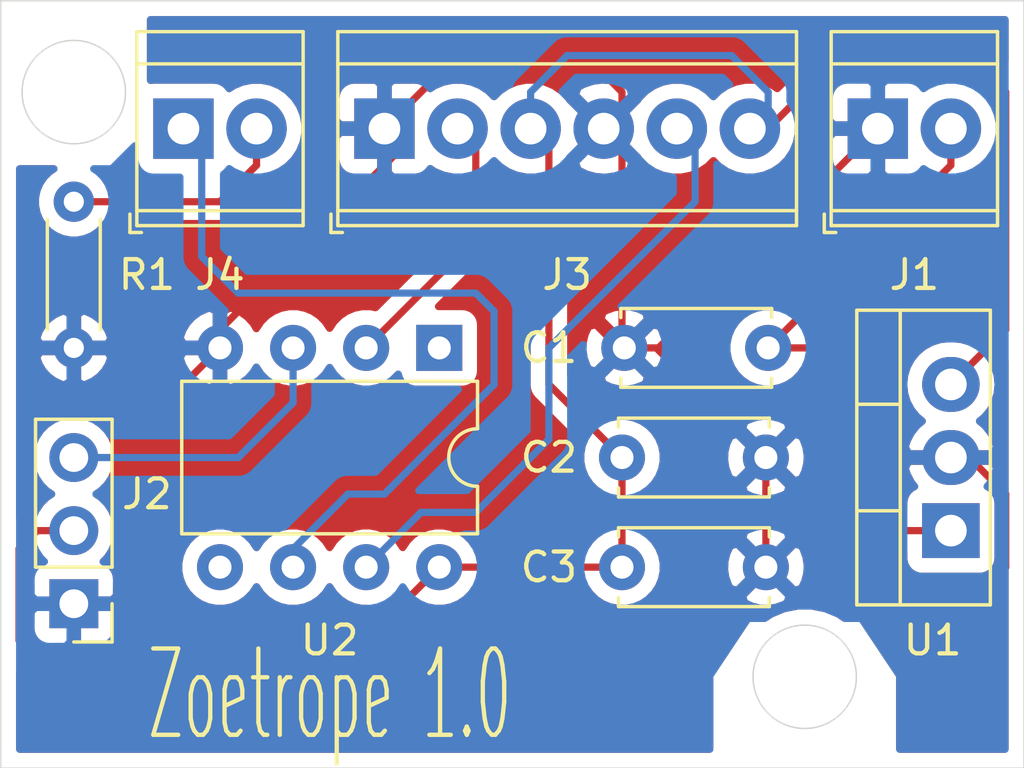
<source format=kicad_pcb>
(kicad_pcb (version 20171130) (host pcbnew 5.1.10-88a1d61d58~88~ubuntu18.04.1)

  (general
    (thickness 1.6)
    (drawings 7)
    (tracks 76)
    (zones 0)
    (modules 10)
    (nets 11)
  )

  (page A4)
  (layers
    (0 F.Cu signal)
    (31 B.Cu signal)
    (32 B.Adhes user hide)
    (33 F.Adhes user hide)
    (34 B.Paste user hide)
    (35 F.Paste user hide)
    (36 B.SilkS user hide)
    (37 F.SilkS user)
    (38 B.Mask user)
    (39 F.Mask user)
    (40 Dwgs.User user hide)
    (41 Cmts.User user hide)
    (42 Eco1.User user hide)
    (43 Eco2.User user hide)
    (44 Edge.Cuts user)
    (45 Margin user hide)
    (46 B.CrtYd user hide)
    (47 F.CrtYd user hide)
    (48 B.Fab user hide)
    (49 F.Fab user hide)
  )

  (setup
    (last_trace_width 0.25)
    (trace_clearance 0.2)
    (zone_clearance 0.508)
    (zone_45_only no)
    (trace_min 0.2)
    (via_size 0.8)
    (via_drill 0.4)
    (via_min_size 0.4)
    (via_min_drill 0.3)
    (uvia_size 0.3)
    (uvia_drill 0.1)
    (uvias_allowed no)
    (uvia_min_size 0.2)
    (uvia_min_drill 0.1)
    (edge_width 0.05)
    (segment_width 0.2)
    (pcb_text_width 0.3)
    (pcb_text_size 1.5 1.5)
    (mod_edge_width 0.12)
    (mod_text_size 1 1)
    (mod_text_width 0.15)
    (pad_size 1.524 1.524)
    (pad_drill 0.762)
    (pad_to_mask_clearance 0)
    (aux_axis_origin 0 0)
    (visible_elements FFFFFF7F)
    (pcbplotparams
      (layerselection 0x010e0_ffffffff)
      (usegerberextensions false)
      (usegerberattributes false)
      (usegerberadvancedattributes true)
      (creategerberjobfile true)
      (excludeedgelayer true)
      (linewidth 0.100000)
      (plotframeref false)
      (viasonmask false)
      (mode 1)
      (useauxorigin false)
      (hpglpennumber 1)
      (hpglpenspeed 20)
      (hpglpendiameter 15.000000)
      (psnegative false)
      (psa4output false)
      (plotreference true)
      (plotvalue true)
      (plotinvisibletext false)
      (padsonsilk false)
      (subtractmaskfromsilk false)
      (outputformat 1)
      (mirror false)
      (drillshape 0)
      (scaleselection 1)
      (outputdirectory "Gerber/"))
  )

  (net 0 "")
  (net 1 "Net-(C1-Pad1)")
  (net 2 GND)
  (net 3 +5V)
  (net 4 SERVO)
  (net 5 POT2)
  (net 6 POT1)
  (net 7 "Net-(J4-Pad2)")
  (net 8 LED)
  (net 9 "Net-(U2-Pad1)")
  (net 10 "Net-(U2-Pad5)")

  (net_class Default "This is the default net class."
    (clearance 0.2)
    (trace_width 0.25)
    (via_dia 0.8)
    (via_drill 0.4)
    (uvia_dia 0.3)
    (uvia_drill 0.1)
    (add_net +5V)
    (add_net GND)
    (add_net LED)
    (add_net "Net-(C1-Pad1)")
    (add_net "Net-(J4-Pad2)")
    (add_net "Net-(U2-Pad1)")
    (add_net "Net-(U2-Pad5)")
    (add_net POT1)
    (add_net POT2)
    (add_net SERVO)
  )

  (module TerminalBlock_TE-Connectivity:TerminalBlock_TE_282834-2_1x02_P2.54mm_Horizontal (layer F.Cu) (tedit 5B1EC513) (tstamp 6085DAC4)
    (at 154.94 52.07)
    (descr "Terminal Block TE 282834-2, 2 pins, pitch 2.54mm, size 5.54x6.5mm^2, drill diamater 1.1mm, pad diameter 2.1mm, see http://www.te.com/commerce/DocumentDelivery/DDEController?Action=showdoc&DocId=Customer+Drawing%7F282834%7FC1%7Fpdf%7FEnglish%7FENG_CD_282834_C1.pdf, script-generated using https://github.com/pointhi/kicad-footprint-generator/scripts/TerminalBlock_TE-Connectivity")
    (tags "THT Terminal Block TE 282834-2 pitch 2.54mm size 5.54x6.5mm^2 drill 1.1mm pad 2.1mm")
    (path /6081E09A)
    (fp_text reference J1 (at 1.27 5.08) (layer F.SilkS)
      (effects (font (size 1 1) (thickness 0.15)))
    )
    (fp_text value Screw_Terminal_01x02 (at 2.54 5.08) (layer F.Fab)
      (effects (font (size 1 1) (thickness 0.15)))
    )
    (fp_line (start 4.54 -3.75) (end -2 -3.75) (layer F.CrtYd) (width 0.05))
    (fp_line (start 4.54 3.75) (end 4.54 -3.75) (layer F.CrtYd) (width 0.05))
    (fp_line (start -2 3.75) (end 4.54 3.75) (layer F.CrtYd) (width 0.05))
    (fp_line (start -2 -3.75) (end -2 3.75) (layer F.CrtYd) (width 0.05))
    (fp_line (start -1.86 3.61) (end -1.46 3.61) (layer F.SilkS) (width 0.12))
    (fp_line (start -1.86 2.97) (end -1.86 3.61) (layer F.SilkS) (width 0.12))
    (fp_line (start 3.241 -0.835) (end 1.706 0.7) (layer F.Fab) (width 0.1))
    (fp_line (start 3.375 -0.7) (end 1.84 0.835) (layer F.Fab) (width 0.1))
    (fp_line (start 0.701 -0.835) (end -0.835 0.7) (layer F.Fab) (width 0.1))
    (fp_line (start 0.835 -0.7) (end -0.701 0.835) (layer F.Fab) (width 0.1))
    (fp_line (start 4.16 -3.37) (end 4.16 3.37) (layer F.SilkS) (width 0.12))
    (fp_line (start -1.62 -3.37) (end -1.62 3.37) (layer F.SilkS) (width 0.12))
    (fp_line (start -1.62 3.37) (end 4.16 3.37) (layer F.SilkS) (width 0.12))
    (fp_line (start -1.62 -3.37) (end 4.16 -3.37) (layer F.SilkS) (width 0.12))
    (fp_line (start -1.62 -2.25) (end 4.16 -2.25) (layer F.SilkS) (width 0.12))
    (fp_line (start -1.5 -2.25) (end 4.04 -2.25) (layer F.Fab) (width 0.1))
    (fp_line (start -1.62 2.85) (end 4.16 2.85) (layer F.SilkS) (width 0.12))
    (fp_line (start -1.5 2.85) (end 4.04 2.85) (layer F.Fab) (width 0.1))
    (fp_line (start -1.5 2.85) (end -1.5 -3.25) (layer F.Fab) (width 0.1))
    (fp_line (start -1.1 3.25) (end -1.5 2.85) (layer F.Fab) (width 0.1))
    (fp_line (start 4.04 3.25) (end -1.1 3.25) (layer F.Fab) (width 0.1))
    (fp_line (start 4.04 -3.25) (end 4.04 3.25) (layer F.Fab) (width 0.1))
    (fp_line (start -1.5 -3.25) (end 4.04 -3.25) (layer F.Fab) (width 0.1))
    (fp_circle (center 2.54 0) (end 3.64 0) (layer F.Fab) (width 0.1))
    (fp_circle (center 0 0) (end 1.1 0) (layer F.Fab) (width 0.1))
    (fp_text user %R (at 2.54 0) (layer F.Fab)
      (effects (font (size 1 1) (thickness 0.15)))
    )
    (pad 2 thru_hole circle (at 2.54 0) (size 2.1 2.1) (drill 1.1) (layers *.Cu *.Mask)
      (net 1 "Net-(C1-Pad1)"))
    (pad 1 thru_hole rect (at 0 0) (size 2.1 2.1) (drill 1.1) (layers *.Cu *.Mask)
      (net 2 GND))
    (model ${KISYS3DMOD}/TerminalBlock_TE-Connectivity.3dshapes/TerminalBlock_TE_282834-2_1x02_P2.54mm_Horizontal.wrl
      (at (xyz 0 0 0))
      (scale (xyz 1 1 1))
      (rotate (xyz 0 0 0))
    )
  )

  (module TerminalBlock_TE-Connectivity:TerminalBlock_TE_282834-2_1x02_P2.54mm_Horizontal (layer F.Cu) (tedit 5B1EC513) (tstamp 6085DB09)
    (at 130.81 52.07)
    (descr "Terminal Block TE 282834-2, 2 pins, pitch 2.54mm, size 5.54x6.5mm^2, drill diamater 1.1mm, pad diameter 2.1mm, see http://www.te.com/commerce/DocumentDelivery/DDEController?Action=showdoc&DocId=Customer+Drawing%7F282834%7FC1%7Fpdf%7FEnglish%7FENG_CD_282834_C1.pdf, script-generated using https://github.com/pointhi/kicad-footprint-generator/scripts/TerminalBlock_TE-Connectivity")
    (tags "THT Terminal Block TE 282834-2 pitch 2.54mm size 5.54x6.5mm^2 drill 1.1mm pad 2.1mm")
    (path /6084E926)
    (fp_text reference J4 (at 1.27 5.08) (layer F.SilkS)
      (effects (font (size 1 1) (thickness 0.15)))
    )
    (fp_text value Screw_Terminal_01x02 (at 2.54 5.08) (layer F.Fab)
      (effects (font (size 1 1) (thickness 0.15)))
    )
    (fp_line (start 4.54 -3.75) (end -2 -3.75) (layer F.CrtYd) (width 0.05))
    (fp_line (start 4.54 3.75) (end 4.54 -3.75) (layer F.CrtYd) (width 0.05))
    (fp_line (start -2 3.75) (end 4.54 3.75) (layer F.CrtYd) (width 0.05))
    (fp_line (start -2 -3.75) (end -2 3.75) (layer F.CrtYd) (width 0.05))
    (fp_line (start -1.86 3.61) (end -1.46 3.61) (layer F.SilkS) (width 0.12))
    (fp_line (start -1.86 2.97) (end -1.86 3.61) (layer F.SilkS) (width 0.12))
    (fp_line (start 3.241 -0.835) (end 1.706 0.7) (layer F.Fab) (width 0.1))
    (fp_line (start 3.375 -0.7) (end 1.84 0.835) (layer F.Fab) (width 0.1))
    (fp_line (start 0.701 -0.835) (end -0.835 0.7) (layer F.Fab) (width 0.1))
    (fp_line (start 0.835 -0.7) (end -0.701 0.835) (layer F.Fab) (width 0.1))
    (fp_line (start 4.16 -3.37) (end 4.16 3.37) (layer F.SilkS) (width 0.12))
    (fp_line (start -1.62 -3.37) (end -1.62 3.37) (layer F.SilkS) (width 0.12))
    (fp_line (start -1.62 3.37) (end 4.16 3.37) (layer F.SilkS) (width 0.12))
    (fp_line (start -1.62 -3.37) (end 4.16 -3.37) (layer F.SilkS) (width 0.12))
    (fp_line (start -1.62 -2.25) (end 4.16 -2.25) (layer F.SilkS) (width 0.12))
    (fp_line (start -1.5 -2.25) (end 4.04 -2.25) (layer F.Fab) (width 0.1))
    (fp_line (start -1.62 2.85) (end 4.16 2.85) (layer F.SilkS) (width 0.12))
    (fp_line (start -1.5 2.85) (end 4.04 2.85) (layer F.Fab) (width 0.1))
    (fp_line (start -1.5 2.85) (end -1.5 -3.25) (layer F.Fab) (width 0.1))
    (fp_line (start -1.1 3.25) (end -1.5 2.85) (layer F.Fab) (width 0.1))
    (fp_line (start 4.04 3.25) (end -1.1 3.25) (layer F.Fab) (width 0.1))
    (fp_line (start 4.04 -3.25) (end 4.04 3.25) (layer F.Fab) (width 0.1))
    (fp_line (start -1.5 -3.25) (end 4.04 -3.25) (layer F.Fab) (width 0.1))
    (fp_circle (center 2.54 0) (end 3.64 0) (layer F.Fab) (width 0.1))
    (fp_circle (center 0 0) (end 1.1 0) (layer F.Fab) (width 0.1))
    (fp_text user %R (at 2.54 0) (layer F.Fab)
      (effects (font (size 1 1) (thickness 0.15)))
    )
    (pad 2 thru_hole circle (at 2.54 0) (size 2.1 2.1) (drill 1.1) (layers *.Cu *.Mask)
      (net 7 "Net-(J4-Pad2)"))
    (pad 1 thru_hole rect (at 0 0) (size 2.1 2.1) (drill 1.1) (layers *.Cu *.Mask)
      (net 8 LED))
    (model ${KISYS3DMOD}/TerminalBlock_TE-Connectivity.3dshapes/TerminalBlock_TE_282834-2_1x02_P2.54mm_Horizontal.wrl
      (at (xyz 0 0 0))
      (scale (xyz 1 1 1))
      (rotate (xyz 0 0 0))
    )
  )

  (module TerminalBlock_TE-Connectivity:TerminalBlock_TE_282834-6_1x06_P2.54mm_Horizontal (layer F.Cu) (tedit 5B1EC513) (tstamp 6085DAF4)
    (at 137.795 52.07)
    (descr "Terminal Block TE 282834-6, 6 pins, pitch 2.54mm, size 15.7x6.5mm^2, drill diamater 1.1mm, pad diameter 2.1mm, see http://www.te.com/commerce/DocumentDelivery/DDEController?Action=showdoc&DocId=Customer+Drawing%7F282834%7FC1%7Fpdf%7FEnglish%7FENG_CD_282834_C1.pdf, script-generated using https://github.com/pointhi/kicad-footprint-generator/scripts/TerminalBlock_TE-Connectivity")
    (tags "THT Terminal Block TE 282834-6 pitch 2.54mm size 15.7x6.5mm^2 drill 1.1mm pad 2.1mm")
    (path /60847910)
    (fp_text reference J3 (at 6.35 5.08) (layer F.SilkS)
      (effects (font (size 1 1) (thickness 0.15)))
    )
    (fp_text value Screw_Terminal_01x06 (at 12.7 4.75) (layer F.Fab)
      (effects (font (size 1 1) (thickness 0.15)))
    )
    (fp_line (start 14.7 -3.75) (end -2 -3.75) (layer F.CrtYd) (width 0.05))
    (fp_line (start 14.7 3.75) (end 14.7 -3.75) (layer F.CrtYd) (width 0.05))
    (fp_line (start -2 3.75) (end 14.7 3.75) (layer F.CrtYd) (width 0.05))
    (fp_line (start -2 -3.75) (end -2 3.75) (layer F.CrtYd) (width 0.05))
    (fp_line (start -1.86 3.61) (end -1.46 3.61) (layer F.SilkS) (width 0.12))
    (fp_line (start -1.86 2.97) (end -1.86 3.61) (layer F.SilkS) (width 0.12))
    (fp_line (start 13.401 -0.835) (end 11.866 0.7) (layer F.Fab) (width 0.1))
    (fp_line (start 13.535 -0.7) (end 12 0.835) (layer F.Fab) (width 0.1))
    (fp_line (start 10.861 -0.835) (end 9.326 0.7) (layer F.Fab) (width 0.1))
    (fp_line (start 10.995 -0.7) (end 9.46 0.835) (layer F.Fab) (width 0.1))
    (fp_line (start 8.321 -0.835) (end 6.786 0.7) (layer F.Fab) (width 0.1))
    (fp_line (start 8.455 -0.7) (end 6.92 0.835) (layer F.Fab) (width 0.1))
    (fp_line (start 5.781 -0.835) (end 4.246 0.7) (layer F.Fab) (width 0.1))
    (fp_line (start 5.915 -0.7) (end 4.38 0.835) (layer F.Fab) (width 0.1))
    (fp_line (start 3.241 -0.835) (end 1.706 0.7) (layer F.Fab) (width 0.1))
    (fp_line (start 3.375 -0.7) (end 1.84 0.835) (layer F.Fab) (width 0.1))
    (fp_line (start 0.701 -0.835) (end -0.835 0.7) (layer F.Fab) (width 0.1))
    (fp_line (start 0.835 -0.7) (end -0.701 0.835) (layer F.Fab) (width 0.1))
    (fp_line (start 14.32 -3.37) (end 14.32 3.37) (layer F.SilkS) (width 0.12))
    (fp_line (start -1.62 -3.37) (end -1.62 3.37) (layer F.SilkS) (width 0.12))
    (fp_line (start -1.62 3.37) (end 14.32 3.37) (layer F.SilkS) (width 0.12))
    (fp_line (start -1.62 -3.37) (end 14.32 -3.37) (layer F.SilkS) (width 0.12))
    (fp_line (start -1.62 -2.25) (end 14.32 -2.25) (layer F.SilkS) (width 0.12))
    (fp_line (start -1.5 -2.25) (end 14.2 -2.25) (layer F.Fab) (width 0.1))
    (fp_line (start -1.62 2.85) (end 14.32 2.85) (layer F.SilkS) (width 0.12))
    (fp_line (start -1.5 2.85) (end 14.2 2.85) (layer F.Fab) (width 0.1))
    (fp_line (start -1.5 2.85) (end -1.5 -3.25) (layer F.Fab) (width 0.1))
    (fp_line (start -1.1 3.25) (end -1.5 2.85) (layer F.Fab) (width 0.1))
    (fp_line (start 14.2 3.25) (end -1.1 3.25) (layer F.Fab) (width 0.1))
    (fp_line (start 14.2 -3.25) (end 14.2 3.25) (layer F.Fab) (width 0.1))
    (fp_line (start -1.5 -3.25) (end 14.2 -3.25) (layer F.Fab) (width 0.1))
    (fp_circle (center 12.7 0) (end 13.8 0) (layer F.Fab) (width 0.1))
    (fp_circle (center 10.16 0) (end 11.26 0) (layer F.Fab) (width 0.1))
    (fp_circle (center 7.62 0) (end 8.72 0) (layer F.Fab) (width 0.1))
    (fp_circle (center 5.08 0) (end 6.18 0) (layer F.Fab) (width 0.1))
    (fp_circle (center 2.54 0) (end 3.64 0) (layer F.Fab) (width 0.1))
    (fp_circle (center 0 0) (end 1.1 0) (layer F.Fab) (width 0.1))
    (fp_text user %R (at 12.7 0) (layer F.Fab)
      (effects (font (size 1 1) (thickness 0.15)))
    )
    (pad 6 thru_hole circle (at 12.7 0) (size 2.1 2.1) (drill 1.1) (layers *.Cu *.Mask)
      (net 3 +5V))
    (pad 5 thru_hole circle (at 10.16 0) (size 2.1 2.1) (drill 1.1) (layers *.Cu *.Mask)
      (net 6 POT1))
    (pad 4 thru_hole circle (at 7.62 0) (size 2.1 2.1) (drill 1.1) (layers *.Cu *.Mask)
      (net 2 GND))
    (pad 3 thru_hole circle (at 5.08 0) (size 2.1 2.1) (drill 1.1) (layers *.Cu *.Mask)
      (net 3 +5V))
    (pad 2 thru_hole circle (at 2.54 0) (size 2.1 2.1) (drill 1.1) (layers *.Cu *.Mask)
      (net 5 POT2))
    (pad 1 thru_hole rect (at 0 0) (size 2.1 2.1) (drill 1.1) (layers *.Cu *.Mask)
      (net 2 GND))
    (model ${KISYS3DMOD}/TerminalBlock_TE-Connectivity.3dshapes/TerminalBlock_TE_282834-6_1x06_P2.54mm_Horizontal.wrl
      (at (xyz 0 0 0))
      (scale (xyz 1 1 1))
      (rotate (xyz 0 0 0))
    )
  )

  (module Capacitor_THT:C_Disc_D5.0mm_W2.5mm_P5.00mm (layer F.Cu) (tedit 5AE50EF0) (tstamp 6085DA85)
    (at 151.13 59.69 180)
    (descr "C, Disc series, Radial, pin pitch=5.00mm, , diameter*width=5*2.5mm^2, Capacitor, http://cdn-reichelt.de/documents/datenblatt/B300/DS_KERKO_TC.pdf")
    (tags "C Disc series Radial pin pitch 5.00mm  diameter 5mm width 2.5mm Capacitor")
    (path /6081EA9A)
    (fp_text reference C1 (at 7.62 0) (layer F.SilkS)
      (effects (font (size 1 1) (thickness 0.15)))
    )
    (fp_text value "0.33 μF" (at 2.5 2.5) (layer F.Fab)
      (effects (font (size 1 1) (thickness 0.15)))
    )
    (fp_line (start 0 -1.25) (end 0 1.25) (layer F.Fab) (width 0.1))
    (fp_line (start 0 1.25) (end 5 1.25) (layer F.Fab) (width 0.1))
    (fp_line (start 5 1.25) (end 5 -1.25) (layer F.Fab) (width 0.1))
    (fp_line (start 5 -1.25) (end 0 -1.25) (layer F.Fab) (width 0.1))
    (fp_line (start -0.12 -1.37) (end 5.12 -1.37) (layer F.SilkS) (width 0.12))
    (fp_line (start -0.12 1.37) (end 5.12 1.37) (layer F.SilkS) (width 0.12))
    (fp_line (start -0.12 -1.37) (end -0.12 -1.055) (layer F.SilkS) (width 0.12))
    (fp_line (start -0.12 1.055) (end -0.12 1.37) (layer F.SilkS) (width 0.12))
    (fp_line (start 5.12 -1.37) (end 5.12 -1.055) (layer F.SilkS) (width 0.12))
    (fp_line (start 5.12 1.055) (end 5.12 1.37) (layer F.SilkS) (width 0.12))
    (fp_line (start -1.05 -1.5) (end -1.05 1.5) (layer F.CrtYd) (width 0.05))
    (fp_line (start -1.05 1.5) (end 6.05 1.5) (layer F.CrtYd) (width 0.05))
    (fp_line (start 6.05 1.5) (end 6.05 -1.5) (layer F.CrtYd) (width 0.05))
    (fp_line (start 6.05 -1.5) (end -1.05 -1.5) (layer F.CrtYd) (width 0.05))
    (fp_text user %R (at 2.5 -0.575001) (layer F.Fab)
      (effects (font (size 1 1) (thickness 0.15)))
    )
    (pad 1 thru_hole circle (at 0 0 180) (size 1.6 1.6) (drill 0.8) (layers *.Cu *.Mask)
      (net 1 "Net-(C1-Pad1)"))
    (pad 2 thru_hole circle (at 5 0 180) (size 1.6 1.6) (drill 0.8) (layers *.Cu *.Mask)
      (net 2 GND))
    (model ${KISYS3DMOD}/Capacitor_THT.3dshapes/C_Disc_D5.0mm_W2.5mm_P5.00mm.wrl
      (at (xyz 0 0 0))
      (scale (xyz 1 1 1))
      (rotate (xyz 0 0 0))
    )
  )

  (module Capacitor_THT:C_Disc_D5.0mm_W2.5mm_P5.00mm (layer F.Cu) (tedit 5AE50EF0) (tstamp 6085DA9A)
    (at 146.05 63.5)
    (descr "C, Disc series, Radial, pin pitch=5.00mm, , diameter*width=5*2.5mm^2, Capacitor, http://cdn-reichelt.de/documents/datenblatt/B300/DS_KERKO_TC.pdf")
    (tags "C Disc series Radial pin pitch 5.00mm  diameter 5mm width 2.5mm Capacitor")
    (path /6081F040)
    (fp_text reference C2 (at -2.54 0) (layer F.SilkS)
      (effects (font (size 1 1) (thickness 0.15)))
    )
    (fp_text value "0.1 μF" (at 2.5 2.5) (layer F.Fab)
      (effects (font (size 1 1) (thickness 0.15)))
    )
    (fp_line (start 6.05 -1.5) (end -1.05 -1.5) (layer F.CrtYd) (width 0.05))
    (fp_line (start 6.05 1.5) (end 6.05 -1.5) (layer F.CrtYd) (width 0.05))
    (fp_line (start -1.05 1.5) (end 6.05 1.5) (layer F.CrtYd) (width 0.05))
    (fp_line (start -1.05 -1.5) (end -1.05 1.5) (layer F.CrtYd) (width 0.05))
    (fp_line (start 5.12 1.055) (end 5.12 1.37) (layer F.SilkS) (width 0.12))
    (fp_line (start 5.12 -1.37) (end 5.12 -1.055) (layer F.SilkS) (width 0.12))
    (fp_line (start -0.12 1.055) (end -0.12 1.37) (layer F.SilkS) (width 0.12))
    (fp_line (start -0.12 -1.37) (end -0.12 -1.055) (layer F.SilkS) (width 0.12))
    (fp_line (start -0.12 1.37) (end 5.12 1.37) (layer F.SilkS) (width 0.12))
    (fp_line (start -0.12 -1.37) (end 5.12 -1.37) (layer F.SilkS) (width 0.12))
    (fp_line (start 5 -1.25) (end 0 -1.25) (layer F.Fab) (width 0.1))
    (fp_line (start 5 1.25) (end 5 -1.25) (layer F.Fab) (width 0.1))
    (fp_line (start 0 1.25) (end 5 1.25) (layer F.Fab) (width 0.1))
    (fp_line (start 0 -1.25) (end 0 1.25) (layer F.Fab) (width 0.1))
    (fp_text user %R (at 2.5 -1.065001) (layer F.Fab)
      (effects (font (size 1 1) (thickness 0.15)))
    )
    (pad 2 thru_hole circle (at 5 0) (size 1.6 1.6) (drill 0.8) (layers *.Cu *.Mask)
      (net 2 GND))
    (pad 1 thru_hole circle (at 0 0) (size 1.6 1.6) (drill 0.8) (layers *.Cu *.Mask)
      (net 3 +5V))
    (model ${KISYS3DMOD}/Capacitor_THT.3dshapes/C_Disc_D5.0mm_W2.5mm_P5.00mm.wrl
      (at (xyz 0 0 0))
      (scale (xyz 1 1 1))
      (rotate (xyz 0 0 0))
    )
  )

  (module Capacitor_THT:C_Disc_D5.0mm_W2.5mm_P5.00mm (layer F.Cu) (tedit 5AE50EF0) (tstamp 6085DAAF)
    (at 146.05 67.31)
    (descr "C, Disc series, Radial, pin pitch=5.00mm, , diameter*width=5*2.5mm^2, Capacitor, http://cdn-reichelt.de/documents/datenblatt/B300/DS_KERKO_TC.pdf")
    (tags "C Disc series Radial pin pitch 5.00mm  diameter 5mm width 2.5mm Capacitor")
    (path /6085B7D8)
    (fp_text reference C3 (at -2.54 0) (layer F.SilkS)
      (effects (font (size 1 1) (thickness 0.15)))
    )
    (fp_text value "0.1 μF" (at 2.5 2.5) (layer F.Fab)
      (effects (font (size 1 1) (thickness 0.15)))
    )
    (fp_line (start 0 -1.25) (end 0 1.25) (layer F.Fab) (width 0.1))
    (fp_line (start 0 1.25) (end 5 1.25) (layer F.Fab) (width 0.1))
    (fp_line (start 5 1.25) (end 5 -1.25) (layer F.Fab) (width 0.1))
    (fp_line (start 5 -1.25) (end 0 -1.25) (layer F.Fab) (width 0.1))
    (fp_line (start -0.12 -1.37) (end 5.12 -1.37) (layer F.SilkS) (width 0.12))
    (fp_line (start -0.12 1.37) (end 5.12 1.37) (layer F.SilkS) (width 0.12))
    (fp_line (start -0.12 -1.37) (end -0.12 -1.055) (layer F.SilkS) (width 0.12))
    (fp_line (start -0.12 1.055) (end -0.12 1.37) (layer F.SilkS) (width 0.12))
    (fp_line (start 5.12 -1.37) (end 5.12 -1.055) (layer F.SilkS) (width 0.12))
    (fp_line (start 5.12 1.055) (end 5.12 1.37) (layer F.SilkS) (width 0.12))
    (fp_line (start -1.05 -1.5) (end -1.05 1.5) (layer F.CrtYd) (width 0.05))
    (fp_line (start -1.05 1.5) (end 6.05 1.5) (layer F.CrtYd) (width 0.05))
    (fp_line (start 6.05 1.5) (end 6.05 -1.5) (layer F.CrtYd) (width 0.05))
    (fp_line (start 6.05 -1.5) (end -1.05 -1.5) (layer F.CrtYd) (width 0.05))
    (fp_text user %R (at 2.5 0) (layer F.Fab)
      (effects (font (size 1 1) (thickness 0.15)))
    )
    (pad 1 thru_hole circle (at 0 0) (size 1.6 1.6) (drill 0.8) (layers *.Cu *.Mask)
      (net 3 +5V))
    (pad 2 thru_hole circle (at 5 0) (size 1.6 1.6) (drill 0.8) (layers *.Cu *.Mask)
      (net 2 GND))
    (model ${KISYS3DMOD}/Capacitor_THT.3dshapes/C_Disc_D5.0mm_W2.5mm_P5.00mm.wrl
      (at (xyz 0 0 0))
      (scale (xyz 1 1 1))
      (rotate (xyz 0 0 0))
    )
  )

  (module Connector_PinHeader_2.54mm:PinHeader_1x03_P2.54mm_Vertical (layer F.Cu) (tedit 59FED5CC) (tstamp 6085DADB)
    (at 127 68.58 180)
    (descr "Through hole straight pin header, 1x03, 2.54mm pitch, single row")
    (tags "Through hole pin header THT 1x03 2.54mm single row")
    (path /60831E0B)
    (fp_text reference J2 (at -2.54 3.81) (layer F.SilkS)
      (effects (font (size 1 1) (thickness 0.15)))
    )
    (fp_text value Conn_01x03_Male (at 0 7.41) (layer F.Fab)
      (effects (font (size 1 1) (thickness 0.15)))
    )
    (fp_line (start -0.635 -1.27) (end 1.27 -1.27) (layer F.Fab) (width 0.1))
    (fp_line (start 1.27 -1.27) (end 1.27 6.35) (layer F.Fab) (width 0.1))
    (fp_line (start 1.27 6.35) (end -1.27 6.35) (layer F.Fab) (width 0.1))
    (fp_line (start -1.27 6.35) (end -1.27 -0.635) (layer F.Fab) (width 0.1))
    (fp_line (start -1.27 -0.635) (end -0.635 -1.27) (layer F.Fab) (width 0.1))
    (fp_line (start -1.33 6.41) (end 1.33 6.41) (layer F.SilkS) (width 0.12))
    (fp_line (start -1.33 1.27) (end -1.33 6.41) (layer F.SilkS) (width 0.12))
    (fp_line (start 1.33 1.27) (end 1.33 6.41) (layer F.SilkS) (width 0.12))
    (fp_line (start -1.33 1.27) (end 1.33 1.27) (layer F.SilkS) (width 0.12))
    (fp_line (start -1.33 0) (end -1.33 -1.33) (layer F.SilkS) (width 0.12))
    (fp_line (start -1.33 -1.33) (end 0 -1.33) (layer F.SilkS) (width 0.12))
    (fp_line (start -1.8 -1.8) (end -1.8 6.85) (layer F.CrtYd) (width 0.05))
    (fp_line (start -1.8 6.85) (end 1.8 6.85) (layer F.CrtYd) (width 0.05))
    (fp_line (start 1.8 6.85) (end 1.8 -1.8) (layer F.CrtYd) (width 0.05))
    (fp_line (start 1.8 -1.8) (end -1.8 -1.8) (layer F.CrtYd) (width 0.05))
    (fp_text user %R (at 0 2.54 90) (layer F.Fab)
      (effects (font (size 1 1) (thickness 0.15)))
    )
    (pad 1 thru_hole rect (at 0 0 180) (size 1.7 1.7) (drill 1) (layers *.Cu *.Mask)
      (net 2 GND))
    (pad 2 thru_hole oval (at 0 2.54 180) (size 1.7 1.7) (drill 1) (layers *.Cu *.Mask)
      (net 3 +5V))
    (pad 3 thru_hole oval (at 0 5.08 180) (size 1.7 1.7) (drill 1) (layers *.Cu *.Mask)
      (net 4 SERVO))
    (model ${KISYS3DMOD}/Connector_PinHeader_2.54mm.3dshapes/PinHeader_1x03_P2.54mm_Vertical.wrl
      (at (xyz 0 0 0))
      (scale (xyz 1 1 1))
      (rotate (xyz 0 0 0))
    )
  )

  (module Resistor_THT:R_Axial_DIN0204_L3.6mm_D1.6mm_P5.08mm_Horizontal (layer F.Cu) (tedit 5AE5139B) (tstamp 6085DB1C)
    (at 127 54.61 270)
    (descr "Resistor, Axial_DIN0204 series, Axial, Horizontal, pin pitch=5.08mm, 0.167W, length*diameter=3.6*1.6mm^2, http://cdn-reichelt.de/documents/datenblatt/B400/1_4W%23YAG.pdf")
    (tags "Resistor Axial_DIN0204 series Axial Horizontal pin pitch 5.08mm 0.167W length 3.6mm diameter 1.6mm")
    (path /608502CF)
    (fp_text reference R1 (at 2.54 -2.54 180) (layer F.SilkS)
      (effects (font (size 1 1) (thickness 0.15)))
    )
    (fp_text value "220 Ω" (at 2.54 1.92 90) (layer F.Fab)
      (effects (font (size 1 1) (thickness 0.15)))
    )
    (fp_line (start 0.74 -0.8) (end 0.74 0.8) (layer F.Fab) (width 0.1))
    (fp_line (start 0.74 0.8) (end 4.34 0.8) (layer F.Fab) (width 0.1))
    (fp_line (start 4.34 0.8) (end 4.34 -0.8) (layer F.Fab) (width 0.1))
    (fp_line (start 4.34 -0.8) (end 0.74 -0.8) (layer F.Fab) (width 0.1))
    (fp_line (start 0 0) (end 0.74 0) (layer F.Fab) (width 0.1))
    (fp_line (start 5.08 0) (end 4.34 0) (layer F.Fab) (width 0.1))
    (fp_line (start 0.62 -0.92) (end 4.46 -0.92) (layer F.SilkS) (width 0.12))
    (fp_line (start 0.62 0.92) (end 4.46 0.92) (layer F.SilkS) (width 0.12))
    (fp_line (start -0.95 -1.05) (end -0.95 1.05) (layer F.CrtYd) (width 0.05))
    (fp_line (start -0.95 1.05) (end 6.03 1.05) (layer F.CrtYd) (width 0.05))
    (fp_line (start 6.03 1.05) (end 6.03 -1.05) (layer F.CrtYd) (width 0.05))
    (fp_line (start 6.03 -1.05) (end -0.95 -1.05) (layer F.CrtYd) (width 0.05))
    (fp_text user %R (at 2.54 0 90) (layer F.Fab)
      (effects (font (size 0.72 0.72) (thickness 0.108)))
    )
    (pad 1 thru_hole circle (at 0 0 270) (size 1.4 1.4) (drill 0.7) (layers *.Cu *.Mask)
      (net 7 "Net-(J4-Pad2)"))
    (pad 2 thru_hole oval (at 5.08 0 270) (size 1.4 1.4) (drill 0.7) (layers *.Cu *.Mask)
      (net 2 GND))
    (model ${KISYS3DMOD}/Resistor_THT.3dshapes/R_Axial_DIN0204_L3.6mm_D1.6mm_P5.08mm_Horizontal.wrl
      (at (xyz 0 0 0))
      (scale (xyz 1 1 1))
      (rotate (xyz 0 0 0))
    )
  )

  (module Package_TO_SOT_THT:TO-220-3_Vertical (layer F.Cu) (tedit 5AC8BA0D) (tstamp 6085DB36)
    (at 157.48 66.04 90)
    (descr "TO-220-3, Vertical, RM 2.54mm, see https://www.vishay.com/docs/66542/to-220-1.pdf")
    (tags "TO-220-3 Vertical RM 2.54mm")
    (path /6081E037)
    (fp_text reference U1 (at -3.81 -0.635 180) (layer F.SilkS)
      (effects (font (size 1 1) (thickness 0.15)))
    )
    (fp_text value LM7805_TO220 (at 2.54 2.5 90) (layer F.Fab)
      (effects (font (size 1 1) (thickness 0.15)))
    )
    (fp_line (start -2.46 -3.15) (end -2.46 1.25) (layer F.Fab) (width 0.1))
    (fp_line (start -2.46 1.25) (end 7.54 1.25) (layer F.Fab) (width 0.1))
    (fp_line (start 7.54 1.25) (end 7.54 -3.15) (layer F.Fab) (width 0.1))
    (fp_line (start 7.54 -3.15) (end -2.46 -3.15) (layer F.Fab) (width 0.1))
    (fp_line (start -2.46 -1.88) (end 7.54 -1.88) (layer F.Fab) (width 0.1))
    (fp_line (start 0.69 -3.15) (end 0.69 -1.88) (layer F.Fab) (width 0.1))
    (fp_line (start 4.39 -3.15) (end 4.39 -1.88) (layer F.Fab) (width 0.1))
    (fp_line (start -2.58 -3.27) (end 7.66 -3.27) (layer F.SilkS) (width 0.12))
    (fp_line (start -2.58 1.371) (end 7.66 1.371) (layer F.SilkS) (width 0.12))
    (fp_line (start -2.58 -3.27) (end -2.58 1.371) (layer F.SilkS) (width 0.12))
    (fp_line (start 7.66 -3.27) (end 7.66 1.371) (layer F.SilkS) (width 0.12))
    (fp_line (start -2.58 -1.76) (end 7.66 -1.76) (layer F.SilkS) (width 0.12))
    (fp_line (start 0.69 -3.27) (end 0.69 -1.76) (layer F.SilkS) (width 0.12))
    (fp_line (start 4.391 -3.27) (end 4.391 -1.76) (layer F.SilkS) (width 0.12))
    (fp_line (start -2.71 -3.4) (end -2.71 1.51) (layer F.CrtYd) (width 0.05))
    (fp_line (start -2.71 1.51) (end 7.79 1.51) (layer F.CrtYd) (width 0.05))
    (fp_line (start 7.79 1.51) (end 7.79 -3.4) (layer F.CrtYd) (width 0.05))
    (fp_line (start 7.79 -3.4) (end -2.71 -3.4) (layer F.CrtYd) (width 0.05))
    (fp_text user %R (at 2.54 -4.27 90) (layer F.Fab)
      (effects (font (size 1 1) (thickness 0.15)))
    )
    (pad 1 thru_hole rect (at 0 0 90) (size 1.905 2) (drill 1.1) (layers *.Cu *.Mask)
      (net 1 "Net-(C1-Pad1)"))
    (pad 2 thru_hole oval (at 2.54 0 90) (size 1.905 2) (drill 1.1) (layers *.Cu *.Mask)
      (net 2 GND))
    (pad 3 thru_hole oval (at 5.08 0 90) (size 1.905 2) (drill 1.1) (layers *.Cu *.Mask)
      (net 3 +5V))
    (model ${KISYS3DMOD}/Package_TO_SOT_THT.3dshapes/TO-220-3_Vertical.wrl
      (at (xyz 0 0 0))
      (scale (xyz 1 1 1))
      (rotate (xyz 0 0 0))
    )
  )

  (module Package_DIP:DIP-8_W7.62mm (layer F.Cu) (tedit 5A02E8C5) (tstamp 6085DB52)
    (at 139.7 59.69 270)
    (descr "8-lead though-hole mounted DIP package, row spacing 7.62 mm (300 mils)")
    (tags "THT DIP DIL PDIP 2.54mm 7.62mm 300mil")
    (path /6081DD56)
    (fp_text reference U2 (at 10.16 3.81 180) (layer F.SilkS)
      (effects (font (size 1 1) (thickness 0.15)))
    )
    (fp_text value ATTINY85-20PU (at 3.81 9.95 90) (layer F.Fab)
      (effects (font (size 1 1) (thickness 0.15)))
    )
    (fp_line (start 1.635 -1.27) (end 6.985 -1.27) (layer F.Fab) (width 0.1))
    (fp_line (start 6.985 -1.27) (end 6.985 8.89) (layer F.Fab) (width 0.1))
    (fp_line (start 6.985 8.89) (end 0.635 8.89) (layer F.Fab) (width 0.1))
    (fp_line (start 0.635 8.89) (end 0.635 -0.27) (layer F.Fab) (width 0.1))
    (fp_line (start 0.635 -0.27) (end 1.635 -1.27) (layer F.Fab) (width 0.1))
    (fp_line (start 2.81 -1.33) (end 1.16 -1.33) (layer F.SilkS) (width 0.12))
    (fp_line (start 1.16 -1.33) (end 1.16 8.95) (layer F.SilkS) (width 0.12))
    (fp_line (start 1.16 8.95) (end 6.46 8.95) (layer F.SilkS) (width 0.12))
    (fp_line (start 6.46 8.95) (end 6.46 -1.33) (layer F.SilkS) (width 0.12))
    (fp_line (start 6.46 -1.33) (end 4.81 -1.33) (layer F.SilkS) (width 0.12))
    (fp_line (start -1.1 -1.55) (end -1.1 9.15) (layer F.CrtYd) (width 0.05))
    (fp_line (start -1.1 9.15) (end 8.7 9.15) (layer F.CrtYd) (width 0.05))
    (fp_line (start 8.7 9.15) (end 8.7 -1.55) (layer F.CrtYd) (width 0.05))
    (fp_line (start 8.7 -1.55) (end -1.1 -1.55) (layer F.CrtYd) (width 0.05))
    (fp_arc (start 3.81 -1.33) (end 2.81 -1.33) (angle -180) (layer F.SilkS) (width 0.12))
    (fp_text user %R (at 3.81 3.81 90) (layer F.Fab)
      (effects (font (size 1 1) (thickness 0.15)))
    )
    (pad 1 thru_hole rect (at 0 0 270) (size 1.6 1.6) (drill 0.8) (layers *.Cu *.Mask)
      (net 9 "Net-(U2-Pad1)"))
    (pad 5 thru_hole oval (at 7.62 7.62 270) (size 1.6 1.6) (drill 0.8) (layers *.Cu *.Mask)
      (net 10 "Net-(U2-Pad5)"))
    (pad 2 thru_hole oval (at 0 2.54 270) (size 1.6 1.6) (drill 0.8) (layers *.Cu *.Mask)
      (net 5 POT2))
    (pad 6 thru_hole oval (at 7.62 5.08 270) (size 1.6 1.6) (drill 0.8) (layers *.Cu *.Mask)
      (net 8 LED))
    (pad 3 thru_hole oval (at 0 5.08 270) (size 1.6 1.6) (drill 0.8) (layers *.Cu *.Mask)
      (net 4 SERVO))
    (pad 7 thru_hole oval (at 7.62 2.54 270) (size 1.6 1.6) (drill 0.8) (layers *.Cu *.Mask)
      (net 6 POT1))
    (pad 4 thru_hole oval (at 0 7.62 270) (size 1.6 1.6) (drill 0.8) (layers *.Cu *.Mask)
      (net 2 GND))
    (pad 8 thru_hole oval (at 7.62 0 270) (size 1.6 1.6) (drill 0.8) (layers *.Cu *.Mask)
      (net 3 +5V))
    (model ${KISYS3DMOD}/Package_DIP.3dshapes/DIP-8_W7.62mm.wrl
      (at (xyz 0 0 0))
      (scale (xyz 1 1 1))
      (rotate (xyz 0 0 0))
    )
  )

  (gr_text "Zoetrope 1.0" (at 135.89 71.755) (layer F.SilkS)
    (effects (font (size 3 1.3) (thickness 0.15)))
  )
  (gr_line (start 124.46 74.295) (end 160.02 74.295) (layer Edge.Cuts) (width 0.05) (tstamp 6085F966))
  (gr_line (start 160.02 47.625) (end 160.02 74.295) (layer Edge.Cuts) (width 0.05))
  (gr_line (start 124.46 47.625) (end 160.02 47.625) (layer Edge.Cuts) (width 0.05))
  (gr_line (start 124.46 74.295) (end 124.46 47.625) (layer Edge.Cuts) (width 0.05))
  (gr_circle (center 127 50.8) (end 128.27 52.07) (layer Edge.Cuts) (width 0.05))
  (gr_circle (center 152.4 71.12) (end 153.67 72.39) (layer Edge.Cuts) (width 0.05))

  (segment (start 157.48 53.34) (end 151.13 59.69) (width 0.25) (layer F.Cu) (net 1))
  (segment (start 157.48 52.07) (end 157.48 53.34) (width 0.25) (layer F.Cu) (net 1))
  (segment (start 151.13 59.69) (end 153.035 59.69) (width 0.25) (layer F.Cu) (net 1))
  (segment (start 153.035 59.69) (end 153.67 60.325) (width 0.25) (layer F.Cu) (net 1))
  (segment (start 153.67 60.325) (end 153.67 64.135) (width 0.25) (layer F.Cu) (net 1))
  (segment (start 155.575 66.04) (end 157.48 66.04) (width 0.25) (layer F.Cu) (net 1))
  (segment (start 153.67 64.135) (end 155.575 66.04) (width 0.25) (layer F.Cu) (net 1))
  (segment (start 154.94 52.07) (end 147.32 59.69) (width 0.25) (layer F.Cu) (net 2))
  (segment (start 147.32 59.69) (end 146.13 59.69) (width 0.25) (layer F.Cu) (net 2))
  (segment (start 146.05 59.61) (end 146.13 59.69) (width 0.25) (layer F.Cu) (net 2))
  (segment (start 146.05 52.07) (end 146.05 59.61) (width 0.25) (layer F.Cu) (net 2))
  (segment (start 147.32 59.77) (end 151.05 63.5) (width 0.25) (layer F.Cu) (net 2))
  (segment (start 147.32 59.69) (end 147.32 59.77) (width 0.25) (layer F.Cu) (net 2))
  (segment (start 151.05 63.5) (end 151.05 67.31) (width 0.25) (layer F.Cu) (net 2))
  (segment (start 138.43 52.07) (end 138.43 52.705) (width 0.25) (layer F.Cu) (net 2))
  (segment (start 132.08 59.055) (end 132.08 59.69) (width 0.25) (layer F.Cu) (net 2))
  (segment (start 138.43 52.705) (end 132.08 59.055) (width 0.25) (layer F.Cu) (net 2))
  (segment (start 132.08 59.69) (end 127 59.69) (width 0.25) (layer F.Cu) (net 2))
  (segment (start 127 68.58) (end 128.27 68.58) (width 0.25) (layer F.Cu) (net 2))
  (segment (start 128.27 68.58) (end 129.54 67.31) (width 0.25) (layer F.Cu) (net 2))
  (segment (start 129.54 62.23) (end 132.08 59.69) (width 0.25) (layer F.Cu) (net 2))
  (segment (start 129.54 67.31) (end 129.54 62.23) (width 0.25) (layer F.Cu) (net 2))
  (segment (start 140.335 49.53) (end 144.78 49.53) (width 0.25) (layer F.Cu) (net 2))
  (segment (start 138.43 52.07) (end 138.43 51.435) (width 0.25) (layer F.Cu) (net 2))
  (segment (start 146.05 50.8) (end 146.05 52.07) (width 0.25) (layer F.Cu) (net 2))
  (segment (start 144.78 49.53) (end 146.05 50.8) (width 0.25) (layer F.Cu) (net 2))
  (segment (start 138.43 51.435) (end 140.335 49.53) (width 0.25) (layer F.Cu) (net 2))
  (segment (start 157.48 63.5) (end 158.115 63.5) (width 0.25) (layer F.Cu) (net 2))
  (segment (start 158.115 63.5) (end 159.385 64.77) (width 0.25) (layer F.Cu) (net 2))
  (segment (start 159.385 64.77) (end 159.385 67.31) (width 0.25) (layer F.Cu) (net 2))
  (segment (start 151.849999 68.109999) (end 151.05 67.31) (width 0.25) (layer F.Cu) (net 2))
  (segment (start 158.585001 68.109999) (end 151.849999 68.109999) (width 0.25) (layer F.Cu) (net 2))
  (segment (start 159.385 67.31) (end 158.585001 68.109999) (width 0.25) (layer F.Cu) (net 2))
  (segment (start 143.51 60.96) (end 146.05 63.5) (width 0.25) (layer F.Cu) (net 3))
  (segment (start 143.51 52.07) (end 143.51 60.96) (width 0.25) (layer F.Cu) (net 3))
  (segment (start 146.05 63.5) (end 146.05 67.31) (width 0.25) (layer F.Cu) (net 3))
  (segment (start 146.05 67.31) (end 139.7 67.31) (width 0.25) (layer F.Cu) (net 3))
  (segment (start 127 66.04) (end 125.73 66.04) (width 0.25) (layer F.Cu) (net 3))
  (segment (start 125.73 66.04) (end 125.095 66.675) (width 0.25) (layer F.Cu) (net 3))
  (segment (start 125.095 66.675) (end 125.095 69.85) (width 0.25) (layer F.Cu) (net 3))
  (segment (start 125.095 69.85) (end 125.73 70.485) (width 0.25) (layer F.Cu) (net 3))
  (segment (start 136.525 70.485) (end 139.7 67.31) (width 0.25) (layer F.Cu) (net 3))
  (segment (start 125.73 70.485) (end 136.525 70.485) (width 0.25) (layer F.Cu) (net 3))
  (segment (start 159.385 50.8) (end 159.385 59.055) (width 0.25) (layer F.Cu) (net 3))
  (segment (start 158.75 50.165) (end 159.385 50.8) (width 0.25) (layer F.Cu) (net 3))
  (segment (start 159.385 59.055) (end 157.48 60.96) (width 0.25) (layer F.Cu) (net 3))
  (segment (start 151.13 52.07) (end 153.035 50.165) (width 0.25) (layer F.Cu) (net 3))
  (segment (start 153.035 50.165) (end 158.75 50.165) (width 0.25) (layer F.Cu) (net 3))
  (segment (start 142.875 50.8) (end 142.875 52.07) (width 0.25) (layer B.Cu) (net 3))
  (segment (start 144.145 49.53) (end 142.875 50.8) (width 0.25) (layer B.Cu) (net 3))
  (segment (start 149.86 49.53) (end 144.145 49.53) (width 0.25) (layer B.Cu) (net 3))
  (segment (start 151.13 52.07) (end 151.13 50.8) (width 0.25) (layer B.Cu) (net 3))
  (segment (start 151.13 50.8) (end 149.86 49.53) (width 0.25) (layer B.Cu) (net 3))
  (segment (start 134.62 61.595) (end 134.62 59.69) (width 0.25) (layer B.Cu) (net 4))
  (segment (start 127 63.5) (end 132.715 63.5) (width 0.25) (layer B.Cu) (net 4))
  (segment (start 132.715 63.5) (end 134.62 61.595) (width 0.25) (layer B.Cu) (net 4))
  (segment (start 140.97 55.88) (end 140.97 52.07) (width 0.25) (layer F.Cu) (net 5))
  (segment (start 137.16 59.69) (end 140.97 55.88) (width 0.25) (layer F.Cu) (net 5))
  (segment (start 137.16 67.31) (end 139.065 65.405) (width 0.25) (layer B.Cu) (net 6))
  (segment (start 139.065 65.405) (end 140.97 65.405) (width 0.25) (layer B.Cu) (net 6))
  (segment (start 140.97 65.405) (end 143.51 62.865) (width 0.25) (layer B.Cu) (net 6))
  (segment (start 143.51 62.865) (end 143.51 59.69) (width 0.25) (layer B.Cu) (net 6))
  (segment (start 148.59 54.61) (end 148.59 52.07) (width 0.25) (layer B.Cu) (net 6))
  (segment (start 143.51 59.69) (end 148.59 54.61) (width 0.25) (layer B.Cu) (net 6))
  (segment (start 127 54.61) (end 132.08 54.61) (width 0.25) (layer F.Cu) (net 7))
  (segment (start 133.35 53.34) (end 133.35 52.07) (width 0.25) (layer F.Cu) (net 7))
  (segment (start 132.08 54.61) (end 133.35 53.34) (width 0.25) (layer F.Cu) (net 7))
  (segment (start 131.445 56.515) (end 131.445 52.705) (width 0.25) (layer B.Cu) (net 8))
  (segment (start 132.715 57.785) (end 131.445 56.515) (width 0.25) (layer B.Cu) (net 8))
  (segment (start 140.97 57.785) (end 132.715 57.785) (width 0.25) (layer B.Cu) (net 8))
  (segment (start 134.62 67.31) (end 134.62 66.675) (width 0.25) (layer B.Cu) (net 8))
  (segment (start 136.525 64.77) (end 137.795 64.77) (width 0.25) (layer B.Cu) (net 8))
  (segment (start 141.605 60.96) (end 141.605 58.42) (width 0.25) (layer B.Cu) (net 8))
  (segment (start 134.62 66.675) (end 136.525 64.77) (width 0.25) (layer B.Cu) (net 8))
  (segment (start 137.795 64.77) (end 141.605 60.96) (width 0.25) (layer B.Cu) (net 8))
  (segment (start 141.605 58.42) (end 140.97 57.785) (width 0.25) (layer B.Cu) (net 8))

  (zone (net 0) (net_name "") (layer B.Cu) (tstamp 0) (hatch edge 0.508)
    (connect_pads (clearance 0.508))
    (min_thickness 0.254)
    (keepout (tracks not_allowed) (vias not_allowed) (copperpour not_allowed))
    (fill (arc_segments 32) (thermal_gap 0.508) (thermal_bridge_width 0.508))
    (polygon
      (pts
        (xy 155.575 71.12) (xy 155.575 74.295) (xy 149.225 74.295) (xy 149.225 71.12) (xy 150.495 69.215)
        (xy 154.305 69.215)
      )
    )
  )
  (zone (net 0) (net_name "") (layer B.Cu) (tstamp 0) (hatch edge 0.508)
    (connect_pads (clearance 0.508))
    (min_thickness 0.254)
    (keepout (tracks not_allowed) (vias not_allowed) (copperpour allowed))
    (fill (arc_segments 32) (thermal_gap 0.508) (thermal_bridge_width 0.508))
    (polygon
      (pts
        (xy 129.54 52.07) (xy 128.27 53.34) (xy 124.46 53.34) (xy 124.46 47.625) (xy 129.54 47.625)
      )
    )
  )
  (zone (net 2) (net_name GND) (layer F.Cu) (tstamp 608B148A) (hatch edge 0.508)
    (connect_pads (clearance 0.508))
    (min_thickness 0.254)
    (fill yes (arc_segments 32) (thermal_gap 0.508) (thermal_bridge_width 0.508))
    (polygon
      (pts
        (xy 160.02 74.295) (xy 155.575 74.295) (xy 155.575 71.12) (xy 154.305 69.215) (xy 150.495 69.215)
        (xy 149.225 71.12) (xy 149.225 74.295) (xy 124.46 74.295) (xy 124.46 53.34) (xy 128.27 53.34)
        (xy 129.54 52.07) (xy 129.54 47.625) (xy 160.02 47.625)
      )
    )
    (filled_polygon
      (pts
        (xy 159.36 49.700199) (xy 159.313803 49.654002) (xy 159.290001 49.624999) (xy 159.174276 49.530026) (xy 159.042247 49.459454)
        (xy 158.898986 49.415997) (xy 158.787333 49.405) (xy 158.787322 49.405) (xy 158.75 49.401324) (xy 158.712678 49.405)
        (xy 153.072323 49.405) (xy 153.035 49.401324) (xy 152.997677 49.405) (xy 152.997667 49.405) (xy 152.886014 49.415997)
        (xy 152.742753 49.459454) (xy 152.610724 49.530026) (xy 152.494999 49.624999) (xy 152.471201 49.653997) (xy 151.446176 50.679023)
        (xy 151.293147 50.576772) (xy 150.986496 50.449754) (xy 150.660958 50.385) (xy 150.329042 50.385) (xy 150.003504 50.449754)
        (xy 149.696853 50.576772) (xy 149.420875 50.761175) (xy 149.225 50.95705) (xy 149.029125 50.761175) (xy 148.753147 50.576772)
        (xy 148.446496 50.449754) (xy 148.120958 50.385) (xy 147.789042 50.385) (xy 147.463504 50.449754) (xy 147.156853 50.576772)
        (xy 146.880875 50.761175) (xy 146.646175 50.995875) (xy 146.589958 51.080009) (xy 146.586066 51.078539) (xy 145.594605 52.07)
        (xy 146.586066 53.061461) (xy 146.589958 53.059991) (xy 146.646175 53.144125) (xy 146.880875 53.378825) (xy 147.156853 53.563228)
        (xy 147.463504 53.690246) (xy 147.789042 53.755) (xy 148.120958 53.755) (xy 148.446496 53.690246) (xy 148.753147 53.563228)
        (xy 149.029125 53.378825) (xy 149.225 53.18295) (xy 149.420875 53.378825) (xy 149.696853 53.563228) (xy 150.003504 53.690246)
        (xy 150.329042 53.755) (xy 150.660958 53.755) (xy 150.986496 53.690246) (xy 151.293147 53.563228) (xy 151.569125 53.378825)
        (xy 151.803825 53.144125) (xy 151.819944 53.12) (xy 153.251928 53.12) (xy 153.264188 53.244482) (xy 153.300498 53.36418)
        (xy 153.359463 53.474494) (xy 153.438815 53.571185) (xy 153.535506 53.650537) (xy 153.64582 53.709502) (xy 153.765518 53.745812)
        (xy 153.89 53.758072) (xy 154.65425 53.755) (xy 154.813 53.59625) (xy 154.813 52.197) (xy 153.41375 52.197)
        (xy 153.255 52.35575) (xy 153.251928 53.12) (xy 151.819944 53.12) (xy 151.988228 52.868147) (xy 152.115246 52.561496)
        (xy 152.18 52.235958) (xy 152.18 52.094801) (xy 153.25194 51.022862) (xy 153.255 51.78425) (xy 153.41375 51.943)
        (xy 154.813 51.943) (xy 154.813 51.923) (xy 155.067 51.923) (xy 155.067 51.943) (xy 155.087 51.943)
        (xy 155.087 52.197) (xy 155.067 52.197) (xy 155.067 53.59625) (xy 155.22575 53.755) (xy 155.987138 53.75806)
        (xy 151.453887 58.291312) (xy 151.271335 58.255) (xy 150.988665 58.255) (xy 150.711426 58.310147) (xy 150.450273 58.41832)
        (xy 150.215241 58.575363) (xy 150.015363 58.775241) (xy 149.85832 59.010273) (xy 149.750147 59.271426) (xy 149.695 59.548665)
        (xy 149.695 59.831335) (xy 149.750147 60.108574) (xy 149.85832 60.369727) (xy 150.015363 60.604759) (xy 150.215241 60.804637)
        (xy 150.450273 60.96168) (xy 150.711426 61.069853) (xy 150.988665 61.125) (xy 151.271335 61.125) (xy 151.548574 61.069853)
        (xy 151.809727 60.96168) (xy 152.044759 60.804637) (xy 152.244637 60.604759) (xy 152.348043 60.45) (xy 152.720199 60.45)
        (xy 152.91 60.639802) (xy 152.910001 64.097668) (xy 152.906324 64.135) (xy 152.920998 64.283985) (xy 152.964454 64.427246)
        (xy 153.035026 64.559276) (xy 153.098251 64.636315) (xy 153.13 64.675001) (xy 153.158998 64.698799) (xy 155.011201 66.551003)
        (xy 155.034999 66.580001) (xy 155.150724 66.674974) (xy 155.282753 66.745546) (xy 155.426014 66.789003) (xy 155.537667 66.8)
        (xy 155.537677 66.8) (xy 155.575 66.803676) (xy 155.612323 66.8) (xy 155.841928 66.8) (xy 155.841928 66.9925)
        (xy 155.854188 67.116982) (xy 155.890498 67.23668) (xy 155.949463 67.346994) (xy 156.028815 67.443685) (xy 156.125506 67.523037)
        (xy 156.23582 67.582002) (xy 156.355518 67.618312) (xy 156.48 67.630572) (xy 158.48 67.630572) (xy 158.604482 67.618312)
        (xy 158.72418 67.582002) (xy 158.834494 67.523037) (xy 158.931185 67.443685) (xy 159.010537 67.346994) (xy 159.069502 67.23668)
        (xy 159.105812 67.116982) (xy 159.118072 66.9925) (xy 159.118072 65.0875) (xy 159.105812 64.963018) (xy 159.069502 64.84332)
        (xy 159.010537 64.733006) (xy 158.931185 64.636315) (xy 158.834494 64.556963) (xy 158.742781 64.507941) (xy 158.855969 64.366923)
        (xy 158.999571 64.091094) (xy 159.070563 63.87298) (xy 158.950594 63.627) (xy 157.607 63.627) (xy 157.607 63.647)
        (xy 157.353 63.647) (xy 157.353 63.627) (xy 156.009406 63.627) (xy 155.889437 63.87298) (xy 155.960429 64.091094)
        (xy 156.104031 64.366923) (xy 156.217219 64.507941) (xy 156.125506 64.556963) (xy 156.028815 64.636315) (xy 155.949463 64.733006)
        (xy 155.890498 64.84332) (xy 155.854188 64.963018) (xy 155.841928 65.0875) (xy 155.841928 65.232126) (xy 154.43 63.820199)
        (xy 154.43 60.362333) (xy 154.433677 60.325) (xy 154.419003 60.176014) (xy 154.375546 60.032753) (xy 154.304974 59.900724)
        (xy 154.23764 59.818677) (xy 154.210001 59.784999) (xy 154.181004 59.761202) (xy 153.598803 59.179002) (xy 153.575001 59.149999)
        (xy 153.459276 59.055026) (xy 153.327247 58.984454) (xy 153.183986 58.940997) (xy 153.072333 58.93) (xy 153.072322 58.93)
        (xy 153.035 58.926324) (xy 152.997678 58.93) (xy 152.964801 58.93) (xy 157.991003 53.903799) (xy 158.020001 53.880001)
        (xy 158.046332 53.847917) (xy 158.114974 53.764277) (xy 158.185546 53.632247) (xy 158.185546 53.632246) (xy 158.196184 53.597178)
        (xy 158.278147 53.563228) (xy 158.554125 53.378825) (xy 158.625 53.30795) (xy 158.625001 58.740197) (xy 157.939233 59.425965)
        (xy 157.838704 59.39547) (xy 157.605486 59.3725) (xy 157.354514 59.3725) (xy 157.121296 59.39547) (xy 156.822051 59.486245)
        (xy 156.546265 59.633655) (xy 156.304537 59.832037) (xy 156.106155 60.073765) (xy 155.958745 60.349551) (xy 155.86797 60.648796)
        (xy 155.837319 60.96) (xy 155.86797 61.271204) (xy 155.958745 61.570449) (xy 156.106155 61.846235) (xy 156.304537 62.087963)
        (xy 156.483899 62.235163) (xy 156.298685 62.390563) (xy 156.104031 62.633077) (xy 155.960429 62.908906) (xy 155.889437 63.12702)
        (xy 156.009406 63.373) (xy 157.353 63.373) (xy 157.353 63.353) (xy 157.607 63.353) (xy 157.607 63.373)
        (xy 158.950594 63.373) (xy 159.070563 63.12702) (xy 158.999571 62.908906) (xy 158.855969 62.633077) (xy 158.661315 62.390563)
        (xy 158.476101 62.235163) (xy 158.655463 62.087963) (xy 158.853845 61.846235) (xy 159.001255 61.570449) (xy 159.09203 61.271204)
        (xy 159.122681 60.96) (xy 159.09203 60.648796) (xy 159.039424 60.475377) (xy 159.36 60.154801) (xy 159.360001 73.635)
        (xy 155.702 73.635) (xy 155.702 71.12) (xy 155.69956 71.095224) (xy 155.692333 71.071399) (xy 155.68067 71.049553)
        (xy 154.41067 69.144553) (xy 154.394896 69.125291) (xy 154.375668 69.109477) (xy 154.353724 69.097718) (xy 154.329907 69.090466)
        (xy 154.305 69.088) (xy 153.79421 69.088) (xy 153.567202 68.936318) (xy 153.11876 68.750567) (xy 152.642695 68.655872)
        (xy 152.157305 68.655872) (xy 151.68124 68.750567) (xy 151.232798 68.936318) (xy 151.00579 69.088) (xy 150.495 69.088)
        (xy 150.470224 69.09044) (xy 150.446399 69.097667) (xy 150.424443 69.109403) (xy 150.405197 69.125197) (xy 150.38933 69.144553)
        (xy 149.11933 71.049553) (xy 149.107617 71.071522) (xy 149.100414 71.095354) (xy 149.098 71.12) (xy 149.098 73.635)
        (xy 125.12 73.635) (xy 125.12 70.949802) (xy 125.1662 70.996002) (xy 125.189999 71.025001) (xy 125.218997 71.048799)
        (xy 125.305724 71.119974) (xy 125.437753 71.190546) (xy 125.581014 71.234003) (xy 125.73 71.248677) (xy 125.767333 71.245)
        (xy 136.487678 71.245) (xy 136.525 71.248676) (xy 136.562322 71.245) (xy 136.562333 71.245) (xy 136.673986 71.234003)
        (xy 136.817247 71.190546) (xy 136.949276 71.119974) (xy 137.065001 71.025001) (xy 137.088804 70.995997) (xy 139.376114 68.708688)
        (xy 139.558665 68.745) (xy 139.841335 68.745) (xy 140.118574 68.689853) (xy 140.379727 68.58168) (xy 140.614759 68.424637)
        (xy 140.814637 68.224759) (xy 140.918043 68.07) (xy 144.831957 68.07) (xy 144.935363 68.224759) (xy 145.135241 68.424637)
        (xy 145.370273 68.58168) (xy 145.631426 68.689853) (xy 145.908665 68.745) (xy 146.191335 68.745) (xy 146.468574 68.689853)
        (xy 146.729727 68.58168) (xy 146.964759 68.424637) (xy 147.086694 68.302702) (xy 150.236903 68.302702) (xy 150.308486 68.546671)
        (xy 150.563996 68.667571) (xy 150.838184 68.7363) (xy 151.120512 68.750217) (xy 151.40013 68.708787) (xy 151.666292 68.613603)
        (xy 151.791514 68.546671) (xy 151.863097 68.302702) (xy 151.05 67.489605) (xy 150.236903 68.302702) (xy 147.086694 68.302702)
        (xy 147.164637 68.224759) (xy 147.32168 67.989727) (xy 147.429853 67.728574) (xy 147.485 67.451335) (xy 147.485 67.380512)
        (xy 149.609783 67.380512) (xy 149.651213 67.66013) (xy 149.746397 67.926292) (xy 149.813329 68.051514) (xy 150.057298 68.123097)
        (xy 150.870395 67.31) (xy 151.229605 67.31) (xy 152.042702 68.123097) (xy 152.286671 68.051514) (xy 152.407571 67.796004)
        (xy 152.4763 67.521816) (xy 152.490217 67.239488) (xy 152.448787 66.95987) (xy 152.353603 66.693708) (xy 152.286671 66.568486)
        (xy 152.042702 66.496903) (xy 151.229605 67.31) (xy 150.870395 67.31) (xy 150.057298 66.496903) (xy 149.813329 66.568486)
        (xy 149.692429 66.823996) (xy 149.6237 67.098184) (xy 149.609783 67.380512) (xy 147.485 67.380512) (xy 147.485 67.168665)
        (xy 147.429853 66.891426) (xy 147.32168 66.630273) (xy 147.164637 66.395241) (xy 147.086694 66.317298) (xy 150.236903 66.317298)
        (xy 151.05 67.130395) (xy 151.863097 66.317298) (xy 151.791514 66.073329) (xy 151.536004 65.952429) (xy 151.261816 65.8837)
        (xy 150.979488 65.869783) (xy 150.69987 65.911213) (xy 150.433708 66.006397) (xy 150.308486 66.073329) (xy 150.236903 66.317298)
        (xy 147.086694 66.317298) (xy 146.964759 66.195363) (xy 146.81 66.091957) (xy 146.81 64.718043) (xy 146.964759 64.614637)
        (xy 147.086694 64.492702) (xy 150.236903 64.492702) (xy 150.308486 64.736671) (xy 150.563996 64.857571) (xy 150.838184 64.9263)
        (xy 151.120512 64.940217) (xy 151.40013 64.898787) (xy 151.666292 64.803603) (xy 151.791514 64.736671) (xy 151.863097 64.492702)
        (xy 151.05 63.679605) (xy 150.236903 64.492702) (xy 147.086694 64.492702) (xy 147.164637 64.414759) (xy 147.32168 64.179727)
        (xy 147.429853 63.918574) (xy 147.485 63.641335) (xy 147.485 63.570512) (xy 149.609783 63.570512) (xy 149.651213 63.85013)
        (xy 149.746397 64.116292) (xy 149.813329 64.241514) (xy 150.057298 64.313097) (xy 150.870395 63.5) (xy 151.229605 63.5)
        (xy 152.042702 64.313097) (xy 152.286671 64.241514) (xy 152.407571 63.986004) (xy 152.4763 63.711816) (xy 152.490217 63.429488)
        (xy 152.448787 63.14987) (xy 152.353603 62.883708) (xy 152.286671 62.758486) (xy 152.042702 62.686903) (xy 151.229605 63.5)
        (xy 150.870395 63.5) (xy 150.057298 62.686903) (xy 149.813329 62.758486) (xy 149.692429 63.013996) (xy 149.6237 63.288184)
        (xy 149.609783 63.570512) (xy 147.485 63.570512) (xy 147.485 63.358665) (xy 147.429853 63.081426) (xy 147.32168 62.820273)
        (xy 147.164637 62.585241) (xy 147.086694 62.507298) (xy 150.236903 62.507298) (xy 151.05 63.320395) (xy 151.863097 62.507298)
        (xy 151.791514 62.263329) (xy 151.536004 62.142429) (xy 151.261816 62.0737) (xy 150.979488 62.059783) (xy 150.69987 62.101213)
        (xy 150.433708 62.196397) (xy 150.308486 62.263329) (xy 150.236903 62.507298) (xy 147.086694 62.507298) (xy 146.964759 62.385363)
        (xy 146.729727 62.22832) (xy 146.468574 62.120147) (xy 146.191335 62.065) (xy 145.908665 62.065) (xy 145.726114 62.101312)
        (xy 144.307504 60.682702) (xy 145.316903 60.682702) (xy 145.388486 60.926671) (xy 145.643996 61.047571) (xy 145.918184 61.1163)
        (xy 146.200512 61.130217) (xy 146.48013 61.088787) (xy 146.746292 60.993603) (xy 146.871514 60.926671) (xy 146.943097 60.682702)
        (xy 146.13 59.869605) (xy 145.316903 60.682702) (xy 144.307504 60.682702) (xy 144.27 60.645199) (xy 144.27 59.760512)
        (xy 144.689783 59.760512) (xy 144.731213 60.04013) (xy 144.826397 60.306292) (xy 144.893329 60.431514) (xy 145.137298 60.503097)
        (xy 145.950395 59.69) (xy 146.309605 59.69) (xy 147.122702 60.503097) (xy 147.366671 60.431514) (xy 147.487571 60.176004)
        (xy 147.5563 59.901816) (xy 147.570217 59.619488) (xy 147.528787 59.33987) (xy 147.433603 59.073708) (xy 147.366671 58.948486)
        (xy 147.122702 58.876903) (xy 146.309605 59.69) (xy 145.950395 59.69) (xy 145.137298 58.876903) (xy 144.893329 58.948486)
        (xy 144.772429 59.203996) (xy 144.7037 59.478184) (xy 144.689783 59.760512) (xy 144.27 59.760512) (xy 144.27 58.697298)
        (xy 145.316903 58.697298) (xy 146.13 59.510395) (xy 146.943097 58.697298) (xy 146.871514 58.453329) (xy 146.616004 58.332429)
        (xy 146.341816 58.2637) (xy 146.059488 58.249783) (xy 145.77987 58.291213) (xy 145.513708 58.386397) (xy 145.388486 58.453329)
        (xy 145.316903 58.697298) (xy 144.27 58.697298) (xy 144.27 53.31861) (xy 144.307999 53.356609) (xy 144.42354 53.241068)
        (xy 144.525339 53.510579) (xy 144.823477 53.656463) (xy 145.144346 53.74138) (xy 145.475617 53.762066) (xy 145.804557 53.717728)
        (xy 146.118527 53.610069) (xy 146.304661 53.510579) (xy 146.406461 53.241066) (xy 145.415 52.249605) (xy 145.400858 52.263748)
        (xy 145.221253 52.084143) (xy 145.235395 52.07) (xy 144.243934 51.078539) (xy 144.240042 51.080009) (xy 144.183825 50.995875)
        (xy 144.086884 50.898934) (xy 144.423539 50.898934) (xy 145.415 51.890395) (xy 146.406461 50.898934) (xy 146.304661 50.629421)
        (xy 146.006523 50.483537) (xy 145.685654 50.39862) (xy 145.354383 50.377934) (xy 145.025443 50.422272) (xy 144.711473 50.529931)
        (xy 144.525339 50.629421) (xy 144.423539 50.898934) (xy 144.086884 50.898934) (xy 143.949125 50.761175) (xy 143.673147 50.576772)
        (xy 143.366496 50.449754) (xy 143.040958 50.385) (xy 142.709042 50.385) (xy 142.383504 50.449754) (xy 142.076853 50.576772)
        (xy 141.800875 50.761175) (xy 141.605 50.95705) (xy 141.409125 50.761175) (xy 141.133147 50.576772) (xy 140.826496 50.449754)
        (xy 140.500958 50.385) (xy 140.169042 50.385) (xy 139.843504 50.449754) (xy 139.536853 50.576772) (xy 139.383042 50.679546)
        (xy 139.375537 50.665506) (xy 139.296185 50.568815) (xy 139.199494 50.489463) (xy 139.08918 50.430498) (xy 138.969482 50.394188)
        (xy 138.845 50.381928) (xy 138.08075 50.385) (xy 137.922 50.54375) (xy 137.922 51.943) (xy 137.942 51.943)
        (xy 137.942 52.197) (xy 137.922 52.197) (xy 137.922 53.59625) (xy 138.08075 53.755) (xy 138.845 53.758072)
        (xy 138.969482 53.745812) (xy 139.08918 53.709502) (xy 139.199494 53.650537) (xy 139.296185 53.571185) (xy 139.375537 53.474494)
        (xy 139.383042 53.460454) (xy 139.536853 53.563228) (xy 139.843504 53.690246) (xy 140.169042 53.755) (xy 140.210001 53.755)
        (xy 140.21 55.565198) (xy 137.483887 58.291312) (xy 137.301335 58.255) (xy 137.018665 58.255) (xy 136.741426 58.310147)
        (xy 136.480273 58.41832) (xy 136.245241 58.575363) (xy 136.045363 58.775241) (xy 135.89 59.007759) (xy 135.734637 58.775241)
        (xy 135.534759 58.575363) (xy 135.299727 58.41832) (xy 135.038574 58.310147) (xy 134.761335 58.255) (xy 134.478665 58.255)
        (xy 134.201426 58.310147) (xy 133.940273 58.41832) (xy 133.705241 58.575363) (xy 133.505363 58.775241) (xy 133.34832 59.010273)
        (xy 133.343933 59.020865) (xy 133.232385 58.834869) (xy 133.043414 58.626481) (xy 132.81742 58.458963) (xy 132.563087 58.338754)
        (xy 132.429039 58.298096) (xy 132.207 58.420085) (xy 132.207 59.563) (xy 132.227 59.563) (xy 132.227 59.817)
        (xy 132.207 59.817) (xy 132.207 60.959915) (xy 132.429039 61.081904) (xy 132.563087 61.041246) (xy 132.81742 60.921037)
        (xy 133.043414 60.753519) (xy 133.232385 60.545131) (xy 133.343933 60.359135) (xy 133.34832 60.369727) (xy 133.505363 60.604759)
        (xy 133.705241 60.804637) (xy 133.940273 60.96168) (xy 134.201426 61.069853) (xy 134.478665 61.125) (xy 134.761335 61.125)
        (xy 135.038574 61.069853) (xy 135.299727 60.96168) (xy 135.534759 60.804637) (xy 135.734637 60.604759) (xy 135.89 60.372241)
        (xy 136.045363 60.604759) (xy 136.245241 60.804637) (xy 136.480273 60.96168) (xy 136.741426 61.069853) (xy 137.018665 61.125)
        (xy 137.301335 61.125) (xy 137.578574 61.069853) (xy 137.839727 60.96168) (xy 138.074759 60.804637) (xy 138.273357 60.606039)
        (xy 138.274188 60.614482) (xy 138.310498 60.73418) (xy 138.369463 60.844494) (xy 138.448815 60.941185) (xy 138.545506 61.020537)
        (xy 138.65582 61.079502) (xy 138.775518 61.115812) (xy 138.9 61.128072) (xy 140.5 61.128072) (xy 140.624482 61.115812)
        (xy 140.74418 61.079502) (xy 140.854494 61.020537) (xy 140.951185 60.941185) (xy 141.030537 60.844494) (xy 141.089502 60.73418)
        (xy 141.125812 60.614482) (xy 141.138072 60.49) (xy 141.138072 58.89) (xy 141.125812 58.765518) (xy 141.089502 58.64582)
        (xy 141.030537 58.535506) (xy 140.951185 58.438815) (xy 140.854494 58.359463) (xy 140.74418 58.300498) (xy 140.624482 58.264188)
        (xy 140.5 58.251928) (xy 139.672874 58.251928) (xy 141.481004 56.443798) (xy 141.510001 56.420001) (xy 141.604974 56.304276)
        (xy 141.675546 56.172247) (xy 141.719003 56.028986) (xy 141.73 55.917333) (xy 141.73 55.917325) (xy 141.733676 55.88)
        (xy 141.73 55.842675) (xy 141.73 53.30795) (xy 141.800875 53.378825) (xy 142.076853 53.563228) (xy 142.383504 53.690246)
        (xy 142.709042 53.755) (xy 142.75 53.755) (xy 142.750001 60.922668) (xy 142.746324 60.96) (xy 142.750001 60.997333)
        (xy 142.757553 61.074003) (xy 142.760998 61.108985) (xy 142.804454 61.252246) (xy 142.875026 61.384276) (xy 142.946201 61.471002)
        (xy 142.97 61.500001) (xy 142.998998 61.523799) (xy 144.651312 63.176114) (xy 144.615 63.358665) (xy 144.615 63.641335)
        (xy 144.670147 63.918574) (xy 144.77832 64.179727) (xy 144.935363 64.414759) (xy 145.135241 64.614637) (xy 145.29 64.718044)
        (xy 145.290001 66.091956) (xy 145.135241 66.195363) (xy 144.935363 66.395241) (xy 144.831957 66.55) (xy 140.918043 66.55)
        (xy 140.814637 66.395241) (xy 140.614759 66.195363) (xy 140.379727 66.03832) (xy 140.118574 65.930147) (xy 139.841335 65.875)
        (xy 139.558665 65.875) (xy 139.281426 65.930147) (xy 139.020273 66.03832) (xy 138.785241 66.195363) (xy 138.585363 66.395241)
        (xy 138.43 66.627759) (xy 138.274637 66.395241) (xy 138.074759 66.195363) (xy 137.839727 66.03832) (xy 137.578574 65.930147)
        (xy 137.301335 65.875) (xy 137.018665 65.875) (xy 136.741426 65.930147) (xy 136.480273 66.03832) (xy 136.245241 66.195363)
        (xy 136.045363 66.395241) (xy 135.89 66.627759) (xy 135.734637 66.395241) (xy 135.534759 66.195363) (xy 135.299727 66.03832)
        (xy 135.038574 65.930147) (xy 134.761335 65.875) (xy 134.478665 65.875) (xy 134.201426 65.930147) (xy 133.940273 66.03832)
        (xy 133.705241 66.195363) (xy 133.505363 66.395241) (xy 133.35 66.627759) (xy 133.194637 66.395241) (xy 132.994759 66.195363)
        (xy 132.759727 66.03832) (xy 132.498574 65.930147) (xy 132.221335 65.875) (xy 131.938665 65.875) (xy 131.661426 65.930147)
        (xy 131.400273 66.03832) (xy 131.165241 66.195363) (xy 130.965363 66.395241) (xy 130.80832 66.630273) (xy 130.700147 66.891426)
        (xy 130.645 67.168665) (xy 130.645 67.451335) (xy 130.700147 67.728574) (xy 130.80832 67.989727) (xy 130.965363 68.224759)
        (xy 131.165241 68.424637) (xy 131.400273 68.58168) (xy 131.661426 68.689853) (xy 131.938665 68.745) (xy 132.221335 68.745)
        (xy 132.498574 68.689853) (xy 132.759727 68.58168) (xy 132.994759 68.424637) (xy 133.194637 68.224759) (xy 133.35 67.992241)
        (xy 133.505363 68.224759) (xy 133.705241 68.424637) (xy 133.940273 68.58168) (xy 134.201426 68.689853) (xy 134.478665 68.745)
        (xy 134.761335 68.745) (xy 135.038574 68.689853) (xy 135.299727 68.58168) (xy 135.534759 68.424637) (xy 135.734637 68.224759)
        (xy 135.89 67.992241) (xy 136.045363 68.224759) (xy 136.245241 68.424637) (xy 136.480273 68.58168) (xy 136.741426 68.689853)
        (xy 137.018665 68.745) (xy 137.190199 68.745) (xy 136.210199 69.725) (xy 128.412338 69.725) (xy 128.439502 69.67418)
        (xy 128.475812 69.554482) (xy 128.488072 69.43) (xy 128.485 68.86575) (xy 128.32625 68.707) (xy 127.127 68.707)
        (xy 127.127 68.727) (xy 126.873 68.727) (xy 126.873 68.707) (xy 126.853 68.707) (xy 126.853 68.453)
        (xy 126.873 68.453) (xy 126.873 68.433) (xy 127.127 68.433) (xy 127.127 68.453) (xy 128.32625 68.453)
        (xy 128.485 68.29425) (xy 128.488072 67.73) (xy 128.475812 67.605518) (xy 128.439502 67.48582) (xy 128.380537 67.375506)
        (xy 128.301185 67.278815) (xy 128.204494 67.199463) (xy 128.09418 67.140498) (xy 128.02162 67.118487) (xy 128.153475 66.986632)
        (xy 128.31599 66.743411) (xy 128.427932 66.473158) (xy 128.485 66.18626) (xy 128.485 65.89374) (xy 128.427932 65.606842)
        (xy 128.31599 65.336589) (xy 128.153475 65.093368) (xy 127.946632 64.886525) (xy 127.77224 64.77) (xy 127.946632 64.653475)
        (xy 128.153475 64.446632) (xy 128.31599 64.203411) (xy 128.427932 63.933158) (xy 128.485 63.64626) (xy 128.485 63.35374)
        (xy 128.427932 63.066842) (xy 128.31599 62.796589) (xy 128.153475 62.553368) (xy 127.946632 62.346525) (xy 127.703411 62.18401)
        (xy 127.433158 62.072068) (xy 127.14626 62.015) (xy 126.85374 62.015) (xy 126.566842 62.072068) (xy 126.296589 62.18401)
        (xy 126.053368 62.346525) (xy 125.846525 62.553368) (xy 125.68401 62.796589) (xy 125.572068 63.066842) (xy 125.515 63.35374)
        (xy 125.515 63.64626) (xy 125.572068 63.933158) (xy 125.68401 64.203411) (xy 125.846525 64.446632) (xy 126.053368 64.653475)
        (xy 126.22776 64.77) (xy 126.053368 64.886525) (xy 125.846525 65.093368) (xy 125.723875 65.276926) (xy 125.692667 65.28)
        (xy 125.581014 65.290997) (xy 125.437753 65.334454) (xy 125.305724 65.405026) (xy 125.189999 65.499999) (xy 125.166201 65.528997)
        (xy 125.12 65.575198) (xy 125.12 60.02333) (xy 125.707278 60.02333) (xy 125.797147 60.269123) (xy 125.933241 60.49266)
        (xy 126.11033 60.685351) (xy 126.321608 60.839792) (xy 126.558956 60.950047) (xy 126.666671 60.982716) (xy 126.873 60.859374)
        (xy 126.873 59.817) (xy 127.127 59.817) (xy 127.127 60.859374) (xy 127.333329 60.982716) (xy 127.441044 60.950047)
        (xy 127.678392 60.839792) (xy 127.88967 60.685351) (xy 128.066759 60.49266) (xy 128.202853 60.269123) (xy 128.286977 60.03904)
        (xy 130.688091 60.03904) (xy 130.78293 60.303881) (xy 130.927615 60.545131) (xy 131.116586 60.753519) (xy 131.34258 60.921037)
        (xy 131.596913 61.041246) (xy 131.730961 61.081904) (xy 131.953 60.959915) (xy 131.953 59.817) (xy 130.809376 59.817)
        (xy 130.688091 60.03904) (xy 128.286977 60.03904) (xy 128.292722 60.02333) (xy 128.170201 59.817) (xy 127.127 59.817)
        (xy 126.873 59.817) (xy 125.829799 59.817) (xy 125.707278 60.02333) (xy 125.12 60.02333) (xy 125.12 59.35667)
        (xy 125.707278 59.35667) (xy 125.829799 59.563) (xy 126.873 59.563) (xy 126.873 58.520626) (xy 127.127 58.520626)
        (xy 127.127 59.563) (xy 128.170201 59.563) (xy 128.292722 59.35667) (xy 128.286978 59.34096) (xy 130.688091 59.34096)
        (xy 130.809376 59.563) (xy 131.953 59.563) (xy 131.953 58.420085) (xy 131.730961 58.298096) (xy 131.596913 58.338754)
        (xy 131.34258 58.458963) (xy 131.116586 58.626481) (xy 130.927615 58.834869) (xy 130.78293 59.076119) (xy 130.688091 59.34096)
        (xy 128.286978 59.34096) (xy 128.202853 59.110877) (xy 128.066759 58.88734) (xy 127.88967 58.694649) (xy 127.678392 58.540208)
        (xy 127.441044 58.429953) (xy 127.333329 58.397284) (xy 127.127 58.520626) (xy 126.873 58.520626) (xy 126.666671 58.397284)
        (xy 126.558956 58.429953) (xy 126.321608 58.540208) (xy 126.11033 58.694649) (xy 125.933241 58.88734) (xy 125.797147 59.110877)
        (xy 125.707278 59.35667) (xy 125.12 59.35667) (xy 125.12 53.467) (xy 126.307685 53.467) (xy 126.148987 53.573038)
        (xy 125.963038 53.758987) (xy 125.816939 53.977641) (xy 125.716304 54.220595) (xy 125.665 54.478514) (xy 125.665 54.741486)
        (xy 125.716304 54.999405) (xy 125.816939 55.242359) (xy 125.963038 55.461013) (xy 126.148987 55.646962) (xy 126.367641 55.793061)
        (xy 126.610595 55.893696) (xy 126.868514 55.945) (xy 127.131486 55.945) (xy 127.389405 55.893696) (xy 127.632359 55.793061)
        (xy 127.851013 55.646962) (xy 128.036962 55.461013) (xy 128.097775 55.37) (xy 132.042678 55.37) (xy 132.08 55.373676)
        (xy 132.117322 55.37) (xy 132.117333 55.37) (xy 132.228986 55.359003) (xy 132.372247 55.315546) (xy 132.504276 55.244974)
        (xy 132.620001 55.150001) (xy 132.643804 55.120997) (xy 133.861004 53.903798) (xy 133.890001 53.880001) (xy 133.984974 53.764276)
        (xy 134.055546 53.632247) (xy 134.066184 53.597178) (xy 134.148147 53.563228) (xy 134.424125 53.378825) (xy 134.658825 53.144125)
        (xy 134.674944 53.12) (xy 136.106928 53.12) (xy 136.119188 53.244482) (xy 136.155498 53.36418) (xy 136.214463 53.474494)
        (xy 136.293815 53.571185) (xy 136.390506 53.650537) (xy 136.50082 53.709502) (xy 136.620518 53.745812) (xy 136.745 53.758072)
        (xy 137.50925 53.755) (xy 137.668 53.59625) (xy 137.668 52.197) (xy 136.26875 52.197) (xy 136.11 52.35575)
        (xy 136.106928 53.12) (xy 134.674944 53.12) (xy 134.843228 52.868147) (xy 134.970246 52.561496) (xy 135.035 52.235958)
        (xy 135.035 51.904042) (xy 134.970246 51.578504) (xy 134.843228 51.271853) (xy 134.674945 51.02) (xy 136.106928 51.02)
        (xy 136.11 51.78425) (xy 136.26875 51.943) (xy 137.668 51.943) (xy 137.668 50.54375) (xy 137.50925 50.385)
        (xy 136.745 50.381928) (xy 136.620518 50.394188) (xy 136.50082 50.430498) (xy 136.390506 50.489463) (xy 136.293815 50.568815)
        (xy 136.214463 50.665506) (xy 136.155498 50.77582) (xy 136.119188 50.895518) (xy 136.106928 51.02) (xy 134.674945 51.02)
        (xy 134.658825 50.995875) (xy 134.424125 50.761175) (xy 134.148147 50.576772) (xy 133.841496 50.449754) (xy 133.515958 50.385)
        (xy 133.184042 50.385) (xy 132.858504 50.449754) (xy 132.551853 50.576772) (xy 132.398042 50.679546) (xy 132.390537 50.665506)
        (xy 132.311185 50.568815) (xy 132.214494 50.489463) (xy 132.10418 50.430498) (xy 131.984482 50.394188) (xy 131.86 50.381928)
        (xy 129.76 50.381928) (xy 129.667 50.391087) (xy 129.667 48.285) (xy 159.36 48.285)
      )
    )
  )
  (zone (net 2) (net_name GND) (layer B.Cu) (tstamp 608B1487) (hatch edge 0.508)
    (connect_pads (clearance 0.508))
    (min_thickness 0.254)
    (fill yes (arc_segments 32) (thermal_gap 0.508) (thermal_bridge_width 0.508))
    (polygon
      (pts
        (xy 160.02 74.295) (xy 155.575 74.295) (xy 155.575 71.12) (xy 154.305 69.215) (xy 150.495 69.215)
        (xy 149.225 71.12) (xy 149.225 74.295) (xy 124.46 74.295) (xy 124.46 53.34) (xy 128.27 53.34)
        (xy 129.54 52.07) (xy 129.54 47.625) (xy 160.02 47.625)
      )
    )
    (filled_polygon
      (pts
        (xy 159.360001 73.635) (xy 155.702 73.635) (xy 155.702 71.12) (xy 155.699586 71.095354) (xy 155.699566 71.095289)
        (xy 155.69956 71.095224) (xy 155.695882 71.083099) (xy 155.692383 71.071522) (xy 155.692354 71.071467) (xy 155.692333 71.071399)
        (xy 155.68067 71.049553) (xy 154.41067 69.144553) (xy 154.394896 69.125291) (xy 154.394847 69.125251) (xy 154.394803 69.125197)
        (xy 154.385119 69.11725) (xy 154.375668 69.109477) (xy 154.375608 69.109445) (xy 154.375557 69.109403) (xy 154.364725 69.103613)
        (xy 154.353724 69.097718) (xy 154.35366 69.097698) (xy 154.353601 69.097667) (xy 154.341836 69.094098) (xy 154.329907 69.090466)
        (xy 154.32984 69.090459) (xy 154.329776 69.09044) (xy 154.305 69.088) (xy 153.79421 69.088) (xy 153.567202 68.936318)
        (xy 153.11876 68.750567) (xy 152.642695 68.655872) (xy 152.157305 68.655872) (xy 151.68124 68.750567) (xy 151.232798 68.936318)
        (xy 151.00579 69.088) (xy 150.495 69.088) (xy 150.470224 69.09044) (xy 150.47016 69.090459) (xy 150.470093 69.090466)
        (xy 150.458164 69.094098) (xy 150.446399 69.097667) (xy 150.44634 69.097698) (xy 150.446276 69.097718) (xy 150.435275 69.103613)
        (xy 150.424443 69.109403) (xy 150.424392 69.109445) (xy 150.424332 69.109477) (xy 150.414881 69.11725) (xy 150.405197 69.125197)
        (xy 150.405153 69.125251) (xy 150.405104 69.125291) (xy 150.38933 69.144553) (xy 149.11933 71.049553) (xy 149.107667 71.071399)
        (xy 149.107646 71.071467) (xy 149.107617 71.071522) (xy 149.104118 71.083099) (xy 149.10044 71.095224) (xy 149.100434 71.095289)
        (xy 149.100414 71.095354) (xy 149.098 71.12) (xy 149.098 73.635) (xy 125.12 73.635) (xy 125.12 69.43)
        (xy 125.511928 69.43) (xy 125.524188 69.554482) (xy 125.560498 69.67418) (xy 125.619463 69.784494) (xy 125.698815 69.881185)
        (xy 125.795506 69.960537) (xy 125.90582 70.019502) (xy 126.025518 70.055812) (xy 126.15 70.068072) (xy 126.71425 70.065)
        (xy 126.873 69.90625) (xy 126.873 68.707) (xy 127.127 68.707) (xy 127.127 69.90625) (xy 127.28575 70.065)
        (xy 127.85 70.068072) (xy 127.974482 70.055812) (xy 128.09418 70.019502) (xy 128.204494 69.960537) (xy 128.301185 69.881185)
        (xy 128.380537 69.784494) (xy 128.439502 69.67418) (xy 128.475812 69.554482) (xy 128.488072 69.43) (xy 128.485 68.86575)
        (xy 128.32625 68.707) (xy 127.127 68.707) (xy 126.873 68.707) (xy 125.67375 68.707) (xy 125.515 68.86575)
        (xy 125.511928 69.43) (xy 125.12 69.43) (xy 125.12 60.02333) (xy 125.707278 60.02333) (xy 125.797147 60.269123)
        (xy 125.933241 60.49266) (xy 126.11033 60.685351) (xy 126.321608 60.839792) (xy 126.558956 60.950047) (xy 126.666671 60.982716)
        (xy 126.873 60.859374) (xy 126.873 59.817) (xy 127.127 59.817) (xy 127.127 60.859374) (xy 127.333329 60.982716)
        (xy 127.441044 60.950047) (xy 127.678392 60.839792) (xy 127.88967 60.685351) (xy 128.066759 60.49266) (xy 128.202853 60.269123)
        (xy 128.286977 60.03904) (xy 130.688091 60.03904) (xy 130.78293 60.303881) (xy 130.927615 60.545131) (xy 131.116586 60.753519)
        (xy 131.34258 60.921037) (xy 131.596913 61.041246) (xy 131.730961 61.081904) (xy 131.953 60.959915) (xy 131.953 59.817)
        (xy 130.809376 59.817) (xy 130.688091 60.03904) (xy 128.286977 60.03904) (xy 128.292722 60.02333) (xy 128.170201 59.817)
        (xy 127.127 59.817) (xy 126.873 59.817) (xy 125.829799 59.817) (xy 125.707278 60.02333) (xy 125.12 60.02333)
        (xy 125.12 59.35667) (xy 125.707278 59.35667) (xy 125.829799 59.563) (xy 126.873 59.563) (xy 126.873 58.520626)
        (xy 127.127 58.520626) (xy 127.127 59.563) (xy 128.170201 59.563) (xy 128.292722 59.35667) (xy 128.286978 59.34096)
        (xy 130.688091 59.34096) (xy 130.809376 59.563) (xy 131.953 59.563) (xy 131.953 58.420085) (xy 131.730961 58.298096)
        (xy 131.596913 58.338754) (xy 131.34258 58.458963) (xy 131.116586 58.626481) (xy 130.927615 58.834869) (xy 130.78293 59.076119)
        (xy 130.688091 59.34096) (xy 128.286978 59.34096) (xy 128.202853 59.110877) (xy 128.066759 58.88734) (xy 127.88967 58.694649)
        (xy 127.678392 58.540208) (xy 127.441044 58.429953) (xy 127.333329 58.397284) (xy 127.127 58.520626) (xy 126.873 58.520626)
        (xy 126.666671 58.397284) (xy 126.558956 58.429953) (xy 126.321608 58.540208) (xy 126.11033 58.694649) (xy 125.933241 58.88734)
        (xy 125.797147 59.110877) (xy 125.707278 59.35667) (xy 125.12 59.35667) (xy 125.12 53.467) (xy 126.307685 53.467)
        (xy 126.148987 53.573038) (xy 125.963038 53.758987) (xy 125.816939 53.977641) (xy 125.716304 54.220595) (xy 125.665 54.478514)
        (xy 125.665 54.741486) (xy 125.716304 54.999405) (xy 125.816939 55.242359) (xy 125.963038 55.461013) (xy 126.148987 55.646962)
        (xy 126.367641 55.793061) (xy 126.610595 55.893696) (xy 126.868514 55.945) (xy 127.131486 55.945) (xy 127.389405 55.893696)
        (xy 127.632359 55.793061) (xy 127.851013 55.646962) (xy 128.036962 55.461013) (xy 128.183061 55.242359) (xy 128.283696 54.999405)
        (xy 128.335 54.741486) (xy 128.335 54.478514) (xy 128.283696 54.220595) (xy 128.183061 53.977641) (xy 128.036962 53.758987)
        (xy 127.851013 53.573038) (xy 127.692315 53.467) (xy 128.27 53.467) (xy 128.294776 53.46456) (xy 128.318601 53.457333)
        (xy 128.340557 53.445597) (xy 128.359803 53.429803) (xy 129.121928 52.667678) (xy 129.121928 53.12) (xy 129.134188 53.244482)
        (xy 129.170498 53.36418) (xy 129.229463 53.474494) (xy 129.308815 53.571185) (xy 129.405506 53.650537) (xy 129.51582 53.709502)
        (xy 129.635518 53.745812) (xy 129.76 53.758072) (xy 130.685001 53.758072) (xy 130.685 56.477677) (xy 130.681324 56.515)
        (xy 130.685 56.552322) (xy 130.685 56.552332) (xy 130.695997 56.663985) (xy 130.739454 56.807246) (xy 130.810026 56.939276)
        (xy 130.849871 56.987826) (xy 130.904999 57.055001) (xy 130.934003 57.078804) (xy 132.1512 58.296002) (xy 132.174999 58.325001)
        (xy 132.257232 58.392488) (xy 132.207 58.420085) (xy 132.207 59.563) (xy 132.227 59.563) (xy 132.227 59.817)
        (xy 132.207 59.817) (xy 132.207 60.959915) (xy 132.429039 61.081904) (xy 132.563087 61.041246) (xy 132.81742 60.921037)
        (xy 133.043414 60.753519) (xy 133.232385 60.545131) (xy 133.343933 60.359135) (xy 133.34832 60.369727) (xy 133.505363 60.604759)
        (xy 133.705241 60.804637) (xy 133.86 60.908044) (xy 133.86 61.280198) (xy 132.400199 62.74) (xy 128.278178 62.74)
        (xy 128.153475 62.553368) (xy 127.946632 62.346525) (xy 127.703411 62.18401) (xy 127.433158 62.072068) (xy 127.14626 62.015)
        (xy 126.85374 62.015) (xy 126.566842 62.072068) (xy 126.296589 62.18401) (xy 126.053368 62.346525) (xy 125.846525 62.553368)
        (xy 125.68401 62.796589) (xy 125.572068 63.066842) (xy 125.515 63.35374) (xy 125.515 63.64626) (xy 125.572068 63.933158)
        (xy 125.68401 64.203411) (xy 125.846525 64.446632) (xy 126.053368 64.653475) (xy 126.22776 64.77) (xy 126.053368 64.886525)
        (xy 125.846525 65.093368) (xy 125.68401 65.336589) (xy 125.572068 65.606842) (xy 125.515 65.89374) (xy 125.515 66.18626)
        (xy 125.572068 66.473158) (xy 125.68401 66.743411) (xy 125.846525 66.986632) (xy 125.97838 67.118487) (xy 125.90582 67.140498)
        (xy 125.795506 67.199463) (xy 125.698815 67.278815) (xy 125.619463 67.375506) (xy 125.560498 67.48582) (xy 125.524188 67.605518)
        (xy 125.511928 67.73) (xy 125.515 68.29425) (xy 125.67375 68.453) (xy 126.873 68.453) (xy 126.873 68.433)
        (xy 127.127 68.433) (xy 127.127 68.453) (xy 128.32625 68.453) (xy 128.485 68.29425) (xy 128.488072 67.73)
        (xy 128.475812 67.605518) (xy 128.439502 67.48582) (xy 128.380537 67.375506) (xy 128.301185 67.278815) (xy 128.204494 67.199463)
        (xy 128.09418 67.140498) (xy 128.02162 67.118487) (xy 128.153475 66.986632) (xy 128.31599 66.743411) (xy 128.427932 66.473158)
        (xy 128.485 66.18626) (xy 128.485 65.89374) (xy 128.427932 65.606842) (xy 128.31599 65.336589) (xy 128.153475 65.093368)
        (xy 127.946632 64.886525) (xy 127.77224 64.77) (xy 127.946632 64.653475) (xy 128.153475 64.446632) (xy 128.278178 64.26)
        (xy 132.677678 64.26) (xy 132.715 64.263676) (xy 132.752322 64.26) (xy 132.752333 64.26) (xy 132.863986 64.249003)
        (xy 133.007247 64.205546) (xy 133.139276 64.134974) (xy 133.255001 64.040001) (xy 133.278804 64.010997) (xy 135.131004 62.158798)
        (xy 135.160001 62.135001) (xy 135.254974 62.019276) (xy 135.325546 61.887247) (xy 135.369003 61.743986) (xy 135.38 61.632333)
        (xy 135.38 61.632323) (xy 135.383676 61.595) (xy 135.38 61.557677) (xy 135.38 60.908043) (xy 135.534759 60.804637)
        (xy 135.734637 60.604759) (xy 135.89 60.372241) (xy 136.045363 60.604759) (xy 136.245241 60.804637) (xy 136.480273 60.96168)
        (xy 136.741426 61.069853) (xy 137.018665 61.125) (xy 137.301335 61.125) (xy 137.578574 61.069853) (xy 137.839727 60.96168)
        (xy 138.074759 60.804637) (xy 138.273357 60.606039) (xy 138.274188 60.614482) (xy 138.310498 60.73418) (xy 138.369463 60.844494)
        (xy 138.448815 60.941185) (xy 138.545506 61.020537) (xy 138.65582 61.079502) (xy 138.775518 61.115812) (xy 138.9 61.128072)
        (xy 140.362126 61.128072) (xy 137.480199 64.01) (xy 136.562323 64.01) (xy 136.525 64.006324) (xy 136.487677 64.01)
        (xy 136.487667 64.01) (xy 136.376014 64.020997) (xy 136.232753 64.064454) (xy 136.100724 64.135026) (xy 135.984999 64.229999)
        (xy 135.961201 64.258997) (xy 134.312058 65.908141) (xy 134.201426 65.930147) (xy 133.940273 66.03832) (xy 133.705241 66.195363)
        (xy 133.505363 66.395241) (xy 133.35 66.627759) (xy 133.194637 66.395241) (xy 132.994759 66.195363) (xy 132.759727 66.03832)
        (xy 132.498574 65.930147) (xy 132.221335 65.875) (xy 131.938665 65.875) (xy 131.661426 65.930147) (xy 131.400273 66.03832)
        (xy 131.165241 66.195363) (xy 130.965363 66.395241) (xy 130.80832 66.630273) (xy 130.700147 66.891426) (xy 130.645 67.168665)
        (xy 130.645 67.451335) (xy 130.700147 67.728574) (xy 130.80832 67.989727) (xy 130.965363 68.224759) (xy 131.165241 68.424637)
        (xy 131.400273 68.58168) (xy 131.661426 68.689853) (xy 131.938665 68.745) (xy 132.221335 68.745) (xy 132.498574 68.689853)
        (xy 132.759727 68.58168) (xy 132.994759 68.424637) (xy 133.194637 68.224759) (xy 133.35 67.992241) (xy 133.505363 68.224759)
        (xy 133.705241 68.424637) (xy 133.940273 68.58168) (xy 134.201426 68.689853) (xy 134.478665 68.745) (xy 134.761335 68.745)
        (xy 135.038574 68.689853) (xy 135.299727 68.58168) (xy 135.534759 68.424637) (xy 135.734637 68.224759) (xy 135.89 67.992241)
        (xy 136.045363 68.224759) (xy 136.245241 68.424637) (xy 136.480273 68.58168) (xy 136.741426 68.689853) (xy 137.018665 68.745)
        (xy 137.301335 68.745) (xy 137.578574 68.689853) (xy 137.839727 68.58168) (xy 138.074759 68.424637) (xy 138.274637 68.224759)
        (xy 138.43 67.992241) (xy 138.585363 68.224759) (xy 138.785241 68.424637) (xy 139.020273 68.58168) (xy 139.281426 68.689853)
        (xy 139.558665 68.745) (xy 139.841335 68.745) (xy 140.118574 68.689853) (xy 140.379727 68.58168) (xy 140.614759 68.424637)
        (xy 140.814637 68.224759) (xy 140.97168 67.989727) (xy 141.079853 67.728574) (xy 141.135 67.451335) (xy 141.135 67.168665)
        (xy 144.615 67.168665) (xy 144.615 67.451335) (xy 144.670147 67.728574) (xy 144.77832 67.989727) (xy 144.935363 68.224759)
        (xy 145.135241 68.424637) (xy 145.370273 68.58168) (xy 145.631426 68.689853) (xy 145.908665 68.745) (xy 146.191335 68.745)
        (xy 146.468574 68.689853) (xy 146.729727 68.58168) (xy 146.964759 68.424637) (xy 147.086694 68.302702) (xy 150.236903 68.302702)
        (xy 150.308486 68.546671) (xy 150.563996 68.667571) (xy 150.838184 68.7363) (xy 151.120512 68.750217) (xy 151.40013 68.708787)
        (xy 151.666292 68.613603) (xy 151.791514 68.546671) (xy 151.863097 68.302702) (xy 151.05 67.489605) (xy 150.236903 68.302702)
        (xy 147.086694 68.302702) (xy 147.164637 68.224759) (xy 147.32168 67.989727) (xy 147.429853 67.728574) (xy 147.485 67.451335)
        (xy 147.485 67.380512) (xy 149.609783 67.380512) (xy 149.651213 67.66013) (xy 149.746397 67.926292) (xy 149.813329 68.051514)
        (xy 150.057298 68.123097) (xy 150.870395 67.31) (xy 151.229605 67.31) (xy 152.042702 68.123097) (xy 152.286671 68.051514)
        (xy 152.407571 67.796004) (xy 152.4763 67.521816) (xy 152.490217 67.239488) (xy 152.448787 66.95987) (xy 152.353603 66.693708)
        (xy 152.286671 66.568486) (xy 152.042702 66.496903) (xy 151.229605 67.31) (xy 150.870395 67.31) (xy 150.057298 66.496903)
        (xy 149.813329 66.568486) (xy 149.692429 66.823996) (xy 149.6237 67.098184) (xy 149.609783 67.380512) (xy 147.485 67.380512)
        (xy 147.485 67.168665) (xy 147.429853 66.891426) (xy 147.32168 66.630273) (xy 147.164637 66.395241) (xy 147.086694 66.317298)
        (xy 150.236903 66.317298) (xy 151.05 67.130395) (xy 151.863097 66.317298) (xy 151.791514 66.073329) (xy 151.536004 65.952429)
        (xy 151.261816 65.8837) (xy 150.979488 65.869783) (xy 150.69987 65.911213) (xy 150.433708 66.006397) (xy 150.308486 66.073329)
        (xy 150.236903 66.317298) (xy 147.086694 66.317298) (xy 146.964759 66.195363) (xy 146.729727 66.03832) (xy 146.468574 65.930147)
        (xy 146.191335 65.875) (xy 145.908665 65.875) (xy 145.631426 65.930147) (xy 145.370273 66.03832) (xy 145.135241 66.195363)
        (xy 144.935363 66.395241) (xy 144.77832 66.630273) (xy 144.670147 66.891426) (xy 144.615 67.168665) (xy 141.135 67.168665)
        (xy 141.079853 66.891426) (xy 140.97168 66.630273) (xy 140.814637 66.395241) (xy 140.614759 66.195363) (xy 140.569317 66.165)
        (xy 140.932678 66.165) (xy 140.97 66.168676) (xy 141.007322 66.165) (xy 141.007333 66.165) (xy 141.118986 66.154003)
        (xy 141.262247 66.110546) (xy 141.394276 66.039974) (xy 141.510001 65.945001) (xy 141.533804 65.915997) (xy 142.362301 65.0875)
        (xy 155.841928 65.0875) (xy 155.841928 66.9925) (xy 155.854188 67.116982) (xy 155.890498 67.23668) (xy 155.949463 67.346994)
        (xy 156.028815 67.443685) (xy 156.125506 67.523037) (xy 156.23582 67.582002) (xy 156.355518 67.618312) (xy 156.48 67.630572)
        (xy 158.48 67.630572) (xy 158.604482 67.618312) (xy 158.72418 67.582002) (xy 158.834494 67.523037) (xy 158.931185 67.443685)
        (xy 159.010537 67.346994) (xy 159.069502 67.23668) (xy 159.105812 67.116982) (xy 159.118072 66.9925) (xy 159.118072 65.0875)
        (xy 159.105812 64.963018) (xy 159.069502 64.84332) (xy 159.010537 64.733006) (xy 158.931185 64.636315) (xy 158.834494 64.556963)
        (xy 158.742781 64.507941) (xy 158.855969 64.366923) (xy 158.999571 64.091094) (xy 159.070563 63.87298) (xy 158.950594 63.627)
        (xy 157.607 63.627) (xy 157.607 63.647) (xy 157.353 63.647) (xy 157.353 63.627) (xy 156.009406 63.627)
        (xy 155.889437 63.87298) (xy 155.960429 64.091094) (xy 156.104031 64.366923) (xy 156.217219 64.507941) (xy 156.125506 64.556963)
        (xy 156.028815 64.636315) (xy 155.949463 64.733006) (xy 155.890498 64.84332) (xy 155.854188 64.963018) (xy 155.841928 65.0875)
        (xy 142.362301 65.0875) (xy 144.021009 63.428794) (xy 144.050001 63.405001) (xy 144.073795 63.376008) (xy 144.073799 63.376004)
        (xy 144.088028 63.358665) (xy 144.615 63.358665) (xy 144.615 63.641335) (xy 144.670147 63.918574) (xy 144.77832 64.179727)
        (xy 144.935363 64.414759) (xy 145.135241 64.614637) (xy 145.370273 64.77168) (xy 145.631426 64.879853) (xy 145.908665 64.935)
        (xy 146.191335 64.935) (xy 146.468574 64.879853) (xy 146.729727 64.77168) (xy 146.964759 64.614637) (xy 147.086694 64.492702)
        (xy 150.236903 64.492702) (xy 150.308486 64.736671) (xy 150.563996 64.857571) (xy 150.838184 64.9263) (xy 151.120512 64.940217)
        (xy 151.40013 64.898787) (xy 151.666292 64.803603) (xy 151.791514 64.736671) (xy 151.863097 64.492702) (xy 151.05 63.679605)
        (xy 150.236903 64.492702) (xy 147.086694 64.492702) (xy 147.164637 64.414759) (xy 147.32168 64.179727) (xy 147.429853 63.918574)
        (xy 147.485 63.641335) (xy 147.485 63.570512) (xy 149.609783 63.570512) (xy 149.651213 63.85013) (xy 149.746397 64.116292)
        (xy 149.813329 64.241514) (xy 150.057298 64.313097) (xy 150.870395 63.5) (xy 151.229605 63.5) (xy 152.042702 64.313097)
        (xy 152.286671 64.241514) (xy 152.407571 63.986004) (xy 152.4763 63.711816) (xy 152.490217 63.429488) (xy 152.448787 63.14987)
        (xy 152.353603 62.883708) (xy 152.286671 62.758486) (xy 152.042702 62.686903) (xy 151.229605 63.5) (xy 150.870395 63.5)
        (xy 150.057298 62.686903) (xy 149.813329 62.758486) (xy 149.692429 63.013996) (xy 149.6237 63.288184) (xy 149.609783 63.570512)
        (xy 147.485 63.570512) (xy 147.485 63.358665) (xy 147.429853 63.081426) (xy 147.32168 62.820273) (xy 147.164637 62.585241)
        (xy 147.086694 62.507298) (xy 150.236903 62.507298) (xy 151.05 63.320395) (xy 151.863097 62.507298) (xy 151.791514 62.263329)
        (xy 151.536004 62.142429) (xy 151.261816 62.0737) (xy 150.979488 62.059783) (xy 150.69987 62.101213) (xy 150.433708 62.196397)
        (xy 150.308486 62.263329) (xy 150.236903 62.507298) (xy 147.086694 62.507298) (xy 146.964759 62.385363) (xy 146.729727 62.22832)
        (xy 146.468574 62.120147) (xy 146.191335 62.065) (xy 145.908665 62.065) (xy 145.631426 62.120147) (xy 145.370273 62.22832)
        (xy 145.135241 62.385363) (xy 144.935363 62.585241) (xy 144.77832 62.820273) (xy 144.670147 63.081426) (xy 144.615 63.358665)
        (xy 144.088028 63.358665) (xy 144.144973 63.289277) (xy 144.144974 63.289276) (xy 144.215546 63.157247) (xy 144.259003 63.013986)
        (xy 144.27 62.902333) (xy 144.27 62.902324) (xy 144.273676 62.865001) (xy 144.27 62.827678) (xy 144.27 60.682702)
        (xy 145.316903 60.682702) (xy 145.388486 60.926671) (xy 145.643996 61.047571) (xy 145.918184 61.1163) (xy 146.200512 61.130217)
        (xy 146.48013 61.088787) (xy 146.746292 60.993603) (xy 146.871514 60.926671) (xy 146.943097 60.682702) (xy 146.13 59.869605)
        (xy 145.316903 60.682702) (xy 144.27 60.682702) (xy 144.27 60.004801) (xy 144.698882 59.575919) (xy 144.689783 59.760512)
        (xy 144.731213 60.04013) (xy 144.826397 60.306292) (xy 144.893329 60.431514) (xy 145.137298 60.503097) (xy 145.950395 59.69)
        (xy 146.309605 59.69) (xy 147.122702 60.503097) (xy 147.366671 60.431514) (xy 147.487571 60.176004) (xy 147.5563 59.901816)
        (xy 147.570217 59.619488) (xy 147.559724 59.548665) (xy 149.695 59.548665) (xy 149.695 59.831335) (xy 149.750147 60.108574)
        (xy 149.85832 60.369727) (xy 150.015363 60.604759) (xy 150.215241 60.804637) (xy 150.450273 60.96168) (xy 150.711426 61.069853)
        (xy 150.988665 61.125) (xy 151.271335 61.125) (xy 151.548574 61.069853) (xy 151.809727 60.96168) (xy 151.812241 60.96)
        (xy 155.837319 60.96) (xy 155.86797 61.271204) (xy 155.958745 61.570449) (xy 156.106155 61.846235) (xy 156.304537 62.087963)
        (xy 156.483899 62.235163) (xy 156.298685 62.390563) (xy 156.104031 62.633077) (xy 155.960429 62.908906) (xy 155.889437 63.12702)
        (xy 156.009406 63.373) (xy 157.353 63.373) (xy 157.353 63.353) (xy 157.607 63.353) (xy 157.607 63.373)
        (xy 158.950594 63.373) (xy 159.070563 63.12702) (xy 158.999571 62.908906) (xy 158.855969 62.633077) (xy 158.661315 62.390563)
        (xy 158.476101 62.235163) (xy 158.655463 62.087963) (xy 158.853845 61.846235) (xy 159.001255 61.570449) (xy 159.09203 61.271204)
        (xy 159.122681 60.96) (xy 159.09203 60.648796) (xy 159.001255 60.349551) (xy 158.853845 60.073765) (xy 158.655463 59.832037)
        (xy 158.413735 59.633655) (xy 158.137949 59.486245) (xy 157.838704 59.39547) (xy 157.605486 59.3725) (xy 157.354514 59.3725)
        (xy 157.121296 59.39547) (xy 156.822051 59.486245) (xy 156.546265 59.633655) (xy 156.304537 59.832037) (xy 156.106155 60.073765)
        (xy 155.958745 60.349551) (xy 155.86797 60.648796) (xy 155.837319 60.96) (xy 151.812241 60.96) (xy 152.044759 60.804637)
        (xy 152.244637 60.604759) (xy 152.40168 60.369727) (xy 152.509853 60.108574) (xy 152.565 59.831335) (xy 152.565 59.548665)
        (xy 152.509853 59.271426) (xy 152.40168 59.010273) (xy 152.244637 58.775241) (xy 152.044759 58.575363) (xy 151.809727 58.41832)
        (xy 151.548574 58.310147) (xy 151.271335 58.255) (xy 150.988665 58.255) (xy 150.711426 58.310147) (xy 150.450273 58.41832)
        (xy 150.215241 58.575363) (xy 150.015363 58.775241) (xy 149.85832 59.010273) (xy 149.750147 59.271426) (xy 149.695 59.548665)
        (xy 147.559724 59.548665) (xy 147.528787 59.33987) (xy 147.433603 59.073708) (xy 147.366671 58.948486) (xy 147.122702 58.876903)
        (xy 146.309605 59.69) (xy 145.950395 59.69) (xy 145.936253 59.675858) (xy 146.115858 59.496253) (xy 146.13 59.510395)
        (xy 146.943097 58.697298) (xy 146.871514 58.453329) (xy 146.616004 58.332429) (xy 146.341816 58.2637) (xy 146.059488 58.249783)
        (xy 146.019023 58.255779) (xy 149.101004 55.173798) (xy 149.130001 55.150001) (xy 149.156332 55.117917) (xy 149.224974 55.034277)
        (xy 149.295546 54.902247) (xy 149.295546 54.902246) (xy 149.339003 54.758986) (xy 149.35 54.647333) (xy 149.35 54.647323)
        (xy 149.353676 54.61) (xy 149.35 54.572677) (xy 149.35 53.30795) (xy 149.420875 53.378825) (xy 149.696853 53.563228)
        (xy 150.003504 53.690246) (xy 150.329042 53.755) (xy 150.660958 53.755) (xy 150.986496 53.690246) (xy 151.293147 53.563228)
        (xy 151.569125 53.378825) (xy 151.803825 53.144125) (xy 151.819944 53.12) (xy 153.251928 53.12) (xy 153.264188 53.244482)
        (xy 153.300498 53.36418) (xy 153.359463 53.474494) (xy 153.438815 53.571185) (xy 153.535506 53.650537) (xy 153.64582 53.709502)
        (xy 153.765518 53.745812) (xy 153.89 53.758072) (xy 154.65425 53.755) (xy 154.813 53.59625) (xy 154.813 52.197)
        (xy 153.41375 52.197) (xy 153.255 52.35575) (xy 153.251928 53.12) (xy 151.819944 53.12) (xy 151.988228 52.868147)
        (xy 152.115246 52.561496) (xy 152.18 52.235958) (xy 152.18 51.904042) (xy 152.115246 51.578504) (xy 151.988228 51.271853)
        (xy 151.89 51.124845) (xy 151.89 51.02) (xy 153.251928 51.02) (xy 153.255 51.78425) (xy 153.41375 51.943)
        (xy 154.813 51.943) (xy 154.813 50.54375) (xy 155.067 50.54375) (xy 155.067 51.943) (xy 155.087 51.943)
        (xy 155.087 52.197) (xy 155.067 52.197) (xy 155.067 53.59625) (xy 155.22575 53.755) (xy 155.99 53.758072)
        (xy 156.114482 53.745812) (xy 156.23418 53.709502) (xy 156.344494 53.650537) (xy 156.441185 53.571185) (xy 156.520537 53.474494)
        (xy 156.528042 53.460454) (xy 156.681853 53.563228) (xy 156.988504 53.690246) (xy 157.314042 53.755) (xy 157.645958 53.755)
        (xy 157.971496 53.690246) (xy 158.278147 53.563228) (xy 158.554125 53.378825) (xy 158.788825 53.144125) (xy 158.973228 52.868147)
        (xy 159.100246 52.561496) (xy 159.165 52.235958) (xy 159.165 51.904042) (xy 159.100246 51.578504) (xy 158.973228 51.271853)
        (xy 158.788825 50.995875) (xy 158.554125 50.761175) (xy 158.278147 50.576772) (xy 157.971496 50.449754) (xy 157.645958 50.385)
        (xy 157.314042 50.385) (xy 156.988504 50.449754) (xy 156.681853 50.576772) (xy 156.528042 50.679546) (xy 156.520537 50.665506)
        (xy 156.441185 50.568815) (xy 156.344494 50.489463) (xy 156.23418 50.430498) (xy 156.114482 50.394188) (xy 155.99 50.381928)
        (xy 155.22575 50.385) (xy 155.067 50.54375) (xy 154.813 50.54375) (xy 154.65425 50.385) (xy 153.89 50.381928)
        (xy 153.765518 50.394188) (xy 153.64582 50.430498) (xy 153.535506 50.489463) (xy 153.438815 50.568815) (xy 153.359463 50.665506)
        (xy 153.300498 50.77582) (xy 153.264188 50.895518) (xy 153.251928 51.02) (xy 151.89 51.02) (xy 151.89 50.837322)
        (xy 151.893676 50.799999) (xy 151.89 50.762676) (xy 151.89 50.762667) (xy 151.879003 50.651014) (xy 151.835546 50.507753)
        (xy 151.764974 50.375724) (xy 151.670001 50.259999) (xy 151.641003 50.236201) (xy 150.423804 49.019003) (xy 150.400001 48.989999)
        (xy 150.284276 48.895026) (xy 150.152247 48.824454) (xy 150.008986 48.780997) (xy 149.897333 48.77) (xy 149.897322 48.77)
        (xy 149.86 48.766324) (xy 149.822678 48.77) (xy 144.182322 48.77) (xy 144.144999 48.766324) (xy 144.107676 48.77)
        (xy 144.107667 48.77) (xy 143.996014 48.780997) (xy 143.852753 48.824454) (xy 143.720724 48.895026) (xy 143.604999 48.989999)
        (xy 143.581201 49.018997) (xy 142.364003 50.236196) (xy 142.334999 50.259999) (xy 142.279871 50.327174) (xy 142.240026 50.375724)
        (xy 142.182398 50.483537) (xy 142.169454 50.507754) (xy 142.158816 50.542822) (xy 142.076853 50.576772) (xy 141.800875 50.761175)
        (xy 141.605 50.95705) (xy 141.409125 50.761175) (xy 141.133147 50.576772) (xy 140.826496 50.449754) (xy 140.500958 50.385)
        (xy 140.169042 50.385) (xy 139.843504 50.449754) (xy 139.536853 50.576772) (xy 139.383042 50.679546) (xy 139.375537 50.665506)
        (xy 139.296185 50.568815) (xy 139.199494 50.489463) (xy 139.08918 50.430498) (xy 138.969482 50.394188) (xy 138.845 50.381928)
        (xy 138.08075 50.385) (xy 137.922 50.54375) (xy 137.922 51.943) (xy 137.942 51.943) (xy 137.942 52.197)
        (xy 137.922 52.197) (xy 137.922 53.59625) (xy 138.08075 53.755) (xy 138.845 53.758072) (xy 138.969482 53.745812)
        (xy 139.08918 53.709502) (xy 139.199494 53.650537) (xy 139.296185 53.571185) (xy 139.375537 53.474494) (xy 139.383042 53.460454)
        (xy 139.536853 53.563228) (xy 139.843504 53.690246) (xy 140.169042 53.755) (xy 140.500958 53.755) (xy 140.826496 53.690246)
        (xy 141.133147 53.563228) (xy 141.409125 53.378825) (xy 141.605 53.18295) (xy 141.800875 53.378825) (xy 142.076853 53.563228)
        (xy 142.383504 53.690246) (xy 142.709042 53.755) (xy 143.040958 53.755) (xy 143.366496 53.690246) (xy 143.673147 53.563228)
        (xy 143.949125 53.378825) (xy 144.086884 53.241066) (xy 144.423539 53.241066) (xy 144.525339 53.510579) (xy 144.823477 53.656463)
        (xy 145.144346 53.74138) (xy 145.475617 53.762066) (xy 145.804557 53.717728) (xy 146.118527 53.610069) (xy 146.304661 53.510579)
        (xy 146.406461 53.241066) (xy 145.415 52.249605) (xy 144.423539 53.241066) (xy 144.086884 53.241066) (xy 144.183825 53.144125)
        (xy 144.240042 53.059991) (xy 144.243934 53.061461) (xy 145.235395 52.07) (xy 144.243934 51.078539) (xy 144.240042 51.080009)
        (xy 144.183825 50.995875) (xy 144.086884 50.898934) (xy 144.423539 50.898934) (xy 145.415 51.890395) (xy 146.406461 50.898934)
        (xy 146.304661 50.629421) (xy 146.006523 50.483537) (xy 145.685654 50.39862) (xy 145.354383 50.377934) (xy 145.025443 50.422272)
        (xy 144.711473 50.529931) (xy 144.525339 50.629421) (xy 144.423539 50.898934) (xy 144.086884 50.898934) (xy 143.968876 50.780926)
        (xy 144.459802 50.29) (xy 149.545199 50.29) (xy 149.792396 50.537197) (xy 149.696853 50.576772) (xy 149.420875 50.761175)
        (xy 149.225 50.95705) (xy 149.029125 50.761175) (xy 148.753147 50.576772) (xy 148.446496 50.449754) (xy 148.120958 50.385)
        (xy 147.789042 50.385) (xy 147.463504 50.449754) (xy 147.156853 50.576772) (xy 146.880875 50.761175) (xy 146.646175 50.995875)
        (xy 146.589958 51.080009) (xy 146.586066 51.078539) (xy 145.594605 52.07) (xy 146.586066 53.061461) (xy 146.589958 53.059991)
        (xy 146.646175 53.144125) (xy 146.880875 53.378825) (xy 147.156853 53.563228) (xy 147.463504 53.690246) (xy 147.789042 53.755)
        (xy 147.83 53.755) (xy 147.83 54.295198) (xy 142.998998 59.126201) (xy 142.97 59.149999) (xy 142.946202 59.178997)
        (xy 142.946201 59.178998) (xy 142.875026 59.265724) (xy 142.804454 59.397754) (xy 142.780057 59.478184) (xy 142.760998 59.541014)
        (xy 142.758833 59.563) (xy 142.746324 59.69) (xy 142.750001 59.727332) (xy 142.75 62.550197) (xy 140.655199 64.645)
        (xy 139.102323 64.645) (xy 139.065 64.641324) (xy 139.027677 64.645) (xy 139.027667 64.645) (xy 138.99121 64.648591)
        (xy 142.116004 61.523798) (xy 142.145001 61.500001) (xy 142.239974 61.384276) (xy 142.310546 61.252247) (xy 142.354003 61.108986)
        (xy 142.365 60.997333) (xy 142.365 60.997325) (xy 142.368676 60.96) (xy 142.365 60.922675) (xy 142.365 58.457333)
        (xy 142.368677 58.42) (xy 142.354003 58.271014) (xy 142.310546 58.127753) (xy 142.239974 57.995724) (xy 142.168799 57.908997)
        (xy 142.145001 57.879999) (xy 142.116002 57.8562) (xy 141.533803 57.274002) (xy 141.510001 57.244999) (xy 141.394276 57.150026)
        (xy 141.262247 57.079454) (xy 141.118986 57.035997) (xy 141.007333 57.025) (xy 141.007322 57.025) (xy 140.97 57.021324)
        (xy 140.932678 57.025) (xy 133.029802 57.025) (xy 132.205 56.200199) (xy 132.205 53.655612) (xy 132.214494 53.650537)
        (xy 132.311185 53.571185) (xy 132.390537 53.474494) (xy 132.398042 53.460454) (xy 132.551853 53.563228) (xy 132.858504 53.690246)
        (xy 133.184042 53.755) (xy 133.515958 53.755) (xy 133.841496 53.690246) (xy 134.148147 53.563228) (xy 134.424125 53.378825)
        (xy 134.658825 53.144125) (xy 134.674944 53.12) (xy 136.106928 53.12) (xy 136.119188 53.244482) (xy 136.155498 53.36418)
        (xy 136.214463 53.474494) (xy 136.293815 53.571185) (xy 136.390506 53.650537) (xy 136.50082 53.709502) (xy 136.620518 53.745812)
        (xy 136.745 53.758072) (xy 137.50925 53.755) (xy 137.668 53.59625) (xy 137.668 52.197) (xy 136.26875 52.197)
        (xy 136.11 52.35575) (xy 136.106928 53.12) (xy 134.674944 53.12) (xy 134.843228 52.868147) (xy 134.970246 52.561496)
        (xy 135.035 52.235958) (xy 135.035 51.904042) (xy 134.970246 51.578504) (xy 134.843228 51.271853) (xy 134.674945 51.02)
        (xy 136.106928 51.02) (xy 136.11 51.78425) (xy 136.26875 51.943) (xy 137.668 51.943) (xy 137.668 50.54375)
        (xy 137.50925 50.385) (xy 136.745 50.381928) (xy 136.620518 50.394188) (xy 136.50082 50.430498) (xy 136.390506 50.489463)
        (xy 136.293815 50.568815) (xy 136.214463 50.665506) (xy 136.155498 50.77582) (xy 136.119188 50.895518) (xy 136.106928 51.02)
        (xy 134.674945 51.02) (xy 134.658825 50.995875) (xy 134.424125 50.761175) (xy 134.148147 50.576772) (xy 133.841496 50.449754)
        (xy 133.515958 50.385) (xy 133.184042 50.385) (xy 132.858504 50.449754) (xy 132.551853 50.576772) (xy 132.398042 50.679546)
        (xy 132.390537 50.665506) (xy 132.311185 50.568815) (xy 132.214494 50.489463) (xy 132.10418 50.430498) (xy 131.984482 50.394188)
        (xy 131.86 50.381928) (xy 129.76 50.381928) (xy 129.667 50.391087) (xy 129.667 48.285) (xy 159.36 48.285)
      )
    )
  )
)

</source>
